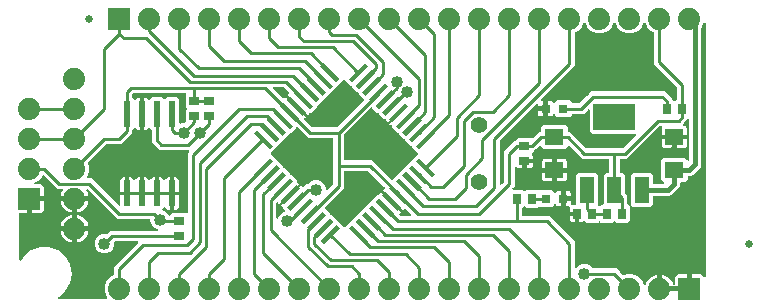
<source format=gbr>
G04 EAGLE Gerber RS-274X export*
G75*
%MOMM*%
%FSLAX34Y34*%
%LPD*%
%INTop Copper*%
%IPPOS*%
%AMOC8*
5,1,8,0,0,1.08239X$1,22.5*%
G01*
%ADD10R,0.400000X1.900000*%
%ADD11C,1.422400*%
%ADD12R,1.879600X1.879600*%
%ADD13C,1.879600*%
%ADD14R,0.900000X0.700000*%
%ADD15R,1.600000X1.400000*%
%ADD16R,0.700000X0.900000*%
%ADD17R,0.800000X0.800000*%
%ADD18R,0.609600X2.209800*%
%ADD19R,1.219200X2.235200*%
%ADD20R,3.600000X2.200000*%
%ADD21C,0.635000*%
%ADD22C,1.016000*%
%ADD23C,0.939800*%
%ADD24C,0.254000*%
%ADD25C,0.406400*%

G36*
X570542Y10677D02*
X570542Y10677D01*
X570600Y10675D01*
X570682Y10697D01*
X570765Y10709D01*
X570819Y10733D01*
X570875Y10747D01*
X570948Y10790D01*
X571025Y10825D01*
X571069Y10863D01*
X571120Y10893D01*
X571177Y10954D01*
X571242Y11009D01*
X571274Y11057D01*
X571314Y11100D01*
X571353Y11175D01*
X571399Y11245D01*
X571417Y11301D01*
X571444Y11353D01*
X571455Y11421D01*
X571485Y11516D01*
X571488Y11616D01*
X571499Y11684D01*
X571499Y12701D01*
X572516Y12701D01*
X572574Y12709D01*
X572632Y12708D01*
X572714Y12729D01*
X572797Y12741D01*
X572851Y12765D01*
X572907Y12779D01*
X572980Y12822D01*
X573057Y12857D01*
X573102Y12895D01*
X573152Y12925D01*
X573210Y12986D01*
X573274Y13041D01*
X573306Y13089D01*
X573346Y13132D01*
X573385Y13207D01*
X573431Y13277D01*
X573449Y13333D01*
X573476Y13385D01*
X573487Y13453D01*
X573517Y13548D01*
X573520Y13648D01*
X573531Y13716D01*
X573531Y24639D01*
X581232Y24639D01*
X581879Y24466D01*
X582458Y24131D01*
X582931Y23658D01*
X583321Y22983D01*
X583333Y22968D01*
X583341Y22950D01*
X583420Y22856D01*
X583496Y22759D01*
X583512Y22748D01*
X583525Y22733D01*
X583627Y22665D01*
X583726Y22593D01*
X583745Y22586D01*
X583761Y22575D01*
X583878Y22538D01*
X583994Y22497D01*
X584014Y22495D01*
X584032Y22489D01*
X584155Y22486D01*
X584278Y22478D01*
X584297Y22483D01*
X584316Y22482D01*
X584435Y22513D01*
X584555Y22540D01*
X584573Y22549D01*
X584591Y22554D01*
X584697Y22617D01*
X584805Y22675D01*
X584819Y22689D01*
X584836Y22699D01*
X584920Y22789D01*
X585007Y22875D01*
X585017Y22892D01*
X585030Y22907D01*
X585086Y23016D01*
X585146Y23123D01*
X585151Y23142D01*
X585160Y23160D01*
X585172Y23232D01*
X585211Y23400D01*
X585209Y23451D01*
X585215Y23491D01*
X585215Y236783D01*
X585203Y236868D01*
X585201Y236954D01*
X585183Y237008D01*
X585175Y237064D01*
X585140Y237143D01*
X585114Y237224D01*
X585082Y237272D01*
X585059Y237324D01*
X585004Y237389D01*
X584956Y237461D01*
X584912Y237497D01*
X584875Y237541D01*
X584804Y237588D01*
X584738Y237644D01*
X584686Y237667D01*
X584639Y237698D01*
X584557Y237724D01*
X584478Y237759D01*
X584422Y237767D01*
X584368Y237784D01*
X584282Y237786D01*
X584197Y237798D01*
X584141Y237790D01*
X584084Y237791D01*
X584001Y237770D01*
X583915Y237757D01*
X583864Y237734D01*
X583809Y237719D01*
X583735Y237676D01*
X583656Y237640D01*
X583613Y237603D01*
X583564Y237574D01*
X583505Y237512D01*
X583440Y237456D01*
X583414Y237414D01*
X583370Y237367D01*
X583304Y237238D01*
X583262Y237171D01*
X582052Y234250D01*
X581958Y234156D01*
X581906Y234086D01*
X581846Y234022D01*
X581820Y233973D01*
X581787Y233929D01*
X581756Y233847D01*
X581716Y233769D01*
X581708Y233721D01*
X581686Y233663D01*
X581674Y233515D01*
X581661Y233438D01*
X581661Y117099D01*
X580887Y115232D01*
X574348Y108693D01*
X572481Y107919D01*
X570864Y107919D01*
X570806Y107911D01*
X570748Y107913D01*
X570666Y107891D01*
X570582Y107879D01*
X570529Y107856D01*
X570473Y107841D01*
X570400Y107798D01*
X570323Y107763D01*
X570278Y107725D01*
X570228Y107696D01*
X570170Y107634D01*
X570106Y107580D01*
X570074Y107531D01*
X570034Y107488D01*
X569995Y107413D01*
X569948Y107343D01*
X569931Y107287D01*
X569904Y107235D01*
X569893Y107167D01*
X569863Y107072D01*
X569860Y106972D01*
X569849Y106904D01*
X569849Y104737D01*
X568063Y102951D01*
X564896Y102951D01*
X564838Y102943D01*
X564780Y102945D01*
X564698Y102923D01*
X564614Y102911D01*
X564561Y102888D01*
X564505Y102873D01*
X564432Y102830D01*
X564355Y102795D01*
X564310Y102757D01*
X564260Y102728D01*
X564202Y102666D01*
X564138Y102612D01*
X564106Y102563D01*
X564066Y102520D01*
X564027Y102445D01*
X563980Y102375D01*
X563963Y102319D01*
X563936Y102267D01*
X563925Y102199D01*
X563895Y102104D01*
X563892Y102004D01*
X563881Y101936D01*
X563881Y100589D01*
X563107Y98722D01*
X556090Y91705D01*
X554223Y90931D01*
X541274Y90931D01*
X541216Y90923D01*
X541158Y90925D01*
X541076Y90903D01*
X540992Y90891D01*
X540939Y90868D01*
X540883Y90853D01*
X540810Y90810D01*
X540733Y90775D01*
X540688Y90737D01*
X540638Y90708D01*
X540580Y90646D01*
X540516Y90592D01*
X540484Y90543D01*
X540444Y90500D01*
X540405Y90425D01*
X540358Y90355D01*
X540341Y90299D01*
X540314Y90247D01*
X540303Y90179D01*
X540273Y90084D01*
X540270Y89984D01*
X540259Y89916D01*
X540259Y83573D01*
X538473Y81787D01*
X523755Y81787D01*
X522782Y82761D01*
X522758Y82778D01*
X522739Y82801D01*
X522645Y82863D01*
X522555Y82931D01*
X522527Y82942D01*
X522503Y82958D01*
X522395Y82992D01*
X522289Y83033D01*
X522260Y83035D01*
X522232Y83044D01*
X522118Y83047D01*
X522006Y83056D01*
X521977Y83051D01*
X521948Y83051D01*
X521844Y83024D01*
X521893Y83108D01*
X521900Y83136D01*
X521914Y83162D01*
X521927Y83239D01*
X521963Y83383D01*
X521961Y83446D01*
X521969Y83493D01*
X521969Y108451D01*
X523755Y110237D01*
X538473Y110237D01*
X540259Y108451D01*
X540259Y102108D01*
X540267Y102050D01*
X540265Y101992D01*
X540287Y101910D01*
X540299Y101826D01*
X540322Y101773D01*
X540337Y101717D01*
X540380Y101644D01*
X540415Y101567D01*
X540453Y101522D01*
X540482Y101472D01*
X540544Y101414D01*
X540598Y101350D01*
X540647Y101318D01*
X540690Y101278D01*
X540765Y101239D01*
X540835Y101192D01*
X540891Y101175D01*
X540943Y101148D01*
X541011Y101137D01*
X541106Y101107D01*
X541206Y101104D01*
X541274Y101093D01*
X548945Y101093D01*
X548974Y101097D01*
X549003Y101094D01*
X549114Y101117D01*
X549226Y101133D01*
X549253Y101145D01*
X549282Y101150D01*
X549382Y101203D01*
X549486Y101249D01*
X549508Y101268D01*
X549534Y101281D01*
X549616Y101359D01*
X549703Y101432D01*
X549719Y101457D01*
X549740Y101477D01*
X549797Y101575D01*
X549860Y101669D01*
X549869Y101697D01*
X549884Y101722D01*
X549912Y101832D01*
X549946Y101940D01*
X549947Y101970D01*
X549954Y101998D01*
X549950Y102111D01*
X549953Y102224D01*
X549946Y102253D01*
X549945Y102282D01*
X549910Y102390D01*
X549881Y102499D01*
X549866Y102525D01*
X549857Y102553D01*
X549812Y102616D01*
X549736Y102744D01*
X549691Y102787D01*
X549663Y102826D01*
X547751Y104737D01*
X547751Y121263D01*
X549537Y123049D01*
X568063Y123049D01*
X569766Y121345D01*
X569790Y121328D01*
X569809Y121305D01*
X569903Y121243D01*
X569993Y121175D01*
X570021Y121164D01*
X570045Y121148D01*
X570153Y121114D01*
X570259Y121073D01*
X570288Y121071D01*
X570316Y121062D01*
X570430Y121059D01*
X570542Y121050D01*
X570571Y121055D01*
X570600Y121055D01*
X570710Y121083D01*
X570821Y121106D01*
X570847Y121119D01*
X570875Y121127D01*
X570973Y121184D01*
X571073Y121237D01*
X571095Y121257D01*
X571120Y121272D01*
X571197Y121354D01*
X571279Y121432D01*
X571294Y121458D01*
X571314Y121479D01*
X571366Y121580D01*
X571423Y121678D01*
X571430Y121706D01*
X571444Y121732D01*
X571457Y121810D01*
X571493Y121953D01*
X571491Y122016D01*
X571499Y122063D01*
X571499Y155271D01*
X571495Y155300D01*
X571498Y155329D01*
X571475Y155440D01*
X571459Y155552D01*
X571447Y155579D01*
X571442Y155608D01*
X571389Y155708D01*
X571343Y155812D01*
X571324Y155834D01*
X571311Y155860D01*
X571233Y155942D01*
X571160Y156029D01*
X571135Y156045D01*
X571115Y156066D01*
X571017Y156123D01*
X570923Y156186D01*
X570895Y156195D01*
X570870Y156210D01*
X570760Y156238D01*
X570652Y156272D01*
X570622Y156273D01*
X570594Y156280D01*
X570481Y156276D01*
X570368Y156279D01*
X570339Y156272D01*
X570310Y156271D01*
X570202Y156236D01*
X570093Y156207D01*
X570067Y156192D01*
X570039Y156183D01*
X569976Y156138D01*
X569848Y156062D01*
X569805Y156017D01*
X569766Y155989D01*
X566792Y153014D01*
X566051Y152274D01*
X566034Y152250D01*
X566011Y152231D01*
X565949Y152137D01*
X565881Y152047D01*
X565870Y152019D01*
X565854Y151995D01*
X565820Y151887D01*
X565779Y151781D01*
X565777Y151752D01*
X565768Y151724D01*
X565765Y151610D01*
X565756Y151498D01*
X565762Y151469D01*
X565761Y151440D01*
X565789Y151330D01*
X565812Y151219D01*
X565825Y151193D01*
X565833Y151165D01*
X565890Y151067D01*
X565943Y150967D01*
X565963Y150945D01*
X565978Y150920D01*
X566060Y150843D01*
X566138Y150761D01*
X566164Y150746D01*
X566185Y150726D01*
X566286Y150674D01*
X566384Y150617D01*
X566412Y150610D01*
X566438Y150596D01*
X566516Y150583D01*
X566659Y150547D01*
X566722Y150549D01*
X566769Y150541D01*
X567134Y150541D01*
X567781Y150368D01*
X568360Y150033D01*
X568833Y149560D01*
X569168Y148981D01*
X569341Y148334D01*
X569341Y143031D01*
X559816Y143031D01*
X559758Y143023D01*
X559700Y143024D01*
X559618Y143003D01*
X559535Y142991D01*
X559481Y142967D01*
X559425Y142953D01*
X559352Y142910D01*
X559275Y142875D01*
X559231Y142837D01*
X559180Y142807D01*
X559123Y142746D01*
X559058Y142691D01*
X559026Y142643D01*
X558986Y142600D01*
X558947Y142525D01*
X558901Y142455D01*
X558883Y142399D01*
X558856Y142347D01*
X558845Y142279D01*
X558815Y142184D01*
X558812Y142084D01*
X558801Y142016D01*
X558801Y140999D01*
X558799Y140999D01*
X558799Y142016D01*
X558791Y142074D01*
X558792Y142132D01*
X558771Y142214D01*
X558759Y142297D01*
X558735Y142351D01*
X558721Y142407D01*
X558678Y142480D01*
X558643Y142557D01*
X558605Y142601D01*
X558575Y142652D01*
X558514Y142709D01*
X558459Y142774D01*
X558411Y142806D01*
X558368Y142846D01*
X558293Y142885D01*
X558223Y142931D01*
X558167Y142949D01*
X558115Y142976D01*
X558047Y142987D01*
X557952Y143017D01*
X557852Y143020D01*
X557784Y143031D01*
X548259Y143031D01*
X548259Y148334D01*
X548432Y148981D01*
X548500Y149098D01*
X548515Y149134D01*
X548537Y149167D01*
X548568Y149266D01*
X548607Y149362D01*
X548611Y149401D01*
X548622Y149438D01*
X548625Y149542D01*
X548636Y149645D01*
X548629Y149683D01*
X548630Y149722D01*
X548604Y149823D01*
X548585Y149925D01*
X548568Y149960D01*
X548558Y149997D01*
X548505Y150086D01*
X548459Y150179D01*
X548433Y150208D01*
X548413Y150242D01*
X548337Y150313D01*
X548267Y150389D01*
X548234Y150410D01*
X548205Y150436D01*
X548113Y150484D01*
X548025Y150538D01*
X547987Y150548D01*
X547952Y150566D01*
X547876Y150579D01*
X547751Y150613D01*
X547676Y150612D01*
X547621Y150621D01*
X547039Y150621D01*
X546953Y150609D01*
X546865Y150606D01*
X546813Y150589D01*
X546758Y150581D01*
X546678Y150546D01*
X546595Y150519D01*
X546556Y150491D01*
X546498Y150465D01*
X546385Y150369D01*
X546322Y150324D01*
X521506Y125508D01*
X518679Y122681D01*
X513334Y122681D01*
X513276Y122673D01*
X513218Y122675D01*
X513136Y122653D01*
X513052Y122641D01*
X512999Y122618D01*
X512943Y122603D01*
X512870Y122560D01*
X512793Y122525D01*
X512748Y122487D01*
X512698Y122458D01*
X512640Y122396D01*
X512576Y122342D01*
X512544Y122293D01*
X512504Y122250D01*
X512465Y122175D01*
X512418Y122105D01*
X512401Y122049D01*
X512374Y121997D01*
X512363Y121929D01*
X512333Y121834D01*
X512330Y121734D01*
X512319Y121666D01*
X512319Y111252D01*
X512327Y111194D01*
X512325Y111136D01*
X512347Y111054D01*
X512359Y110970D01*
X512382Y110917D01*
X512397Y110861D01*
X512440Y110788D01*
X512475Y110711D01*
X512513Y110666D01*
X512542Y110616D01*
X512604Y110558D01*
X512658Y110494D01*
X512707Y110462D01*
X512750Y110422D01*
X512825Y110383D01*
X512895Y110336D01*
X512951Y110319D01*
X513003Y110292D01*
X513071Y110281D01*
X513166Y110251D01*
X513266Y110248D01*
X513334Y110237D01*
X515359Y110237D01*
X517145Y108451D01*
X517145Y93395D01*
X517153Y93339D01*
X517151Y93290D01*
X517158Y93264D01*
X517160Y93221D01*
X517177Y93169D01*
X517185Y93114D01*
X517216Y93045D01*
X517223Y93015D01*
X517230Y93004D01*
X517247Y92951D01*
X517275Y92912D01*
X517301Y92855D01*
X517361Y92783D01*
X517368Y92771D01*
X517384Y92757D01*
X517397Y92741D01*
X517442Y92678D01*
X518819Y91301D01*
X518819Y84613D01*
X518831Y84527D01*
X518834Y84439D01*
X518851Y84387D01*
X518859Y84332D01*
X518894Y84252D01*
X518921Y84169D01*
X518949Y84130D01*
X518975Y84072D01*
X519071Y83959D01*
X519116Y83895D01*
X520236Y82775D01*
X520260Y82758D01*
X520279Y82735D01*
X520373Y82672D01*
X520463Y82605D01*
X520491Y82594D01*
X520515Y82578D01*
X520623Y82544D01*
X520729Y82503D01*
X520758Y82501D01*
X520786Y82492D01*
X520900Y82489D01*
X521012Y82480D01*
X521041Y82485D01*
X521070Y82485D01*
X521174Y82512D01*
X521125Y82428D01*
X521118Y82400D01*
X521104Y82374D01*
X521091Y82296D01*
X521055Y82153D01*
X521057Y82090D01*
X521049Y82043D01*
X521049Y70437D01*
X519263Y68651D01*
X509737Y68651D01*
X508718Y69671D01*
X508671Y69706D01*
X508631Y69748D01*
X508558Y69791D01*
X508491Y69841D01*
X508436Y69862D01*
X508386Y69892D01*
X508304Y69913D01*
X508225Y69943D01*
X508167Y69948D01*
X508110Y69962D01*
X508026Y69959D01*
X507942Y69966D01*
X507884Y69955D01*
X507826Y69953D01*
X507746Y69927D01*
X507663Y69910D01*
X507611Y69883D01*
X507555Y69865D01*
X507499Y69825D01*
X507411Y69779D01*
X507338Y69711D01*
X507282Y69671D01*
X506263Y68651D01*
X496737Y68651D01*
X496018Y69371D01*
X495971Y69406D01*
X495931Y69448D01*
X495858Y69491D01*
X495791Y69541D01*
X495736Y69562D01*
X495686Y69592D01*
X495604Y69613D01*
X495525Y69643D01*
X495467Y69648D01*
X495410Y69662D01*
X495326Y69659D01*
X495242Y69666D01*
X495184Y69655D01*
X495126Y69653D01*
X495046Y69627D01*
X494963Y69610D01*
X494911Y69583D01*
X494855Y69565D01*
X494799Y69525D01*
X494711Y69479D01*
X494638Y69411D01*
X494582Y69371D01*
X493863Y68651D01*
X484337Y68651D01*
X482959Y70030D01*
X482912Y70065D01*
X482872Y70107D01*
X482799Y70150D01*
X482731Y70201D01*
X482677Y70221D01*
X482626Y70251D01*
X482545Y70272D01*
X482466Y70302D01*
X482408Y70307D01*
X482351Y70321D01*
X482266Y70318D01*
X482182Y70325D01*
X482125Y70314D01*
X482067Y70312D01*
X481986Y70286D01*
X481904Y70270D01*
X481852Y70243D01*
X481796Y70225D01*
X481740Y70184D01*
X481651Y70139D01*
X481579Y70070D01*
X481523Y70030D01*
X481160Y69667D01*
X480581Y69332D01*
X479934Y69159D01*
X477849Y69159D01*
X477849Y75466D01*
X477841Y75524D01*
X477843Y75582D01*
X477821Y75664D01*
X477809Y75747D01*
X477786Y75801D01*
X477771Y75857D01*
X477728Y75930D01*
X477693Y76007D01*
X477655Y76051D01*
X477626Y76102D01*
X477564Y76159D01*
X477510Y76224D01*
X477461Y76256D01*
X477418Y76296D01*
X477343Y76335D01*
X477273Y76381D01*
X477217Y76399D01*
X477165Y76426D01*
X477097Y76437D01*
X477002Y76467D01*
X476902Y76470D01*
X476834Y76481D01*
X476381Y76481D01*
X476381Y76934D01*
X476373Y76992D01*
X476374Y77050D01*
X476353Y77132D01*
X476341Y77216D01*
X476317Y77269D01*
X476303Y77325D01*
X476259Y77398D01*
X476225Y77475D01*
X476187Y77520D01*
X476157Y77570D01*
X476096Y77628D01*
X476041Y77692D01*
X475993Y77724D01*
X475950Y77764D01*
X475875Y77803D01*
X475805Y77850D01*
X475749Y77867D01*
X475697Y77894D01*
X475629Y77905D01*
X475534Y77935D01*
X475434Y77938D01*
X475366Y77949D01*
X470059Y77949D01*
X470059Y81034D01*
X470072Y81081D01*
X470078Y81130D01*
X470092Y81176D01*
X470095Y81270D01*
X470106Y81363D01*
X470098Y81412D01*
X470100Y81460D01*
X470076Y81551D01*
X470061Y81644D01*
X470040Y81688D01*
X470028Y81735D01*
X469980Y81816D01*
X469940Y81901D01*
X469908Y81938D01*
X469883Y81980D01*
X469814Y82044D01*
X469752Y82115D01*
X469711Y82141D01*
X469675Y82174D01*
X469592Y82217D01*
X469512Y82268D01*
X469466Y82282D01*
X469422Y82304D01*
X469349Y82316D01*
X469240Y82348D01*
X469153Y82349D01*
X469091Y82359D01*
X466699Y82359D01*
X466699Y86901D01*
X471241Y86901D01*
X471241Y84566D01*
X471228Y84519D01*
X471223Y84474D01*
X471211Y84437D01*
X471211Y84435D01*
X471208Y84424D01*
X471205Y84330D01*
X471194Y84237D01*
X471202Y84188D01*
X471200Y84140D01*
X471224Y84049D01*
X471239Y83956D01*
X471260Y83912D01*
X471272Y83865D01*
X471320Y83784D01*
X471360Y83699D01*
X471392Y83662D01*
X471417Y83620D01*
X471486Y83556D01*
X471548Y83485D01*
X471589Y83459D01*
X471625Y83426D01*
X471708Y83383D01*
X471788Y83332D01*
X471834Y83318D01*
X471878Y83296D01*
X471951Y83284D01*
X472060Y83252D01*
X472147Y83251D01*
X472209Y83241D01*
X474726Y83241D01*
X474784Y83249D01*
X474842Y83247D01*
X474924Y83269D01*
X475008Y83281D01*
X475061Y83304D01*
X475117Y83319D01*
X475190Y83362D01*
X475267Y83397D01*
X475312Y83435D01*
X475362Y83464D01*
X475420Y83526D01*
X475484Y83580D01*
X475516Y83629D01*
X475556Y83672D01*
X475595Y83747D01*
X475642Y83817D01*
X475659Y83873D01*
X475686Y83925D01*
X475697Y83993D01*
X475727Y84088D01*
X475730Y84188D01*
X475741Y84256D01*
X475741Y108451D01*
X477527Y110237D01*
X492245Y110237D01*
X494031Y108451D01*
X494031Y84001D01*
X494043Y83915D01*
X494046Y83827D01*
X494063Y83775D01*
X494071Y83720D01*
X494106Y83640D01*
X494133Y83557D01*
X494161Y83518D01*
X494187Y83460D01*
X494283Y83347D01*
X494328Y83283D01*
X494582Y83029D01*
X494629Y82994D01*
X494669Y82952D01*
X494742Y82909D01*
X494809Y82859D01*
X494864Y82838D01*
X494914Y82808D01*
X494996Y82787D01*
X495075Y82757D01*
X495133Y82752D01*
X495190Y82738D01*
X495274Y82741D01*
X495358Y82734D01*
X495416Y82745D01*
X495474Y82747D01*
X495554Y82773D01*
X495637Y82790D01*
X495689Y82817D01*
X495745Y82835D01*
X495801Y82875D01*
X495889Y82921D01*
X495962Y82989D01*
X496018Y83029D01*
X496737Y83749D01*
X497840Y83749D01*
X497898Y83757D01*
X497956Y83755D01*
X498038Y83777D01*
X498122Y83789D01*
X498175Y83812D01*
X498231Y83827D01*
X498304Y83870D01*
X498381Y83905D01*
X498426Y83943D01*
X498476Y83972D01*
X498534Y84034D01*
X498598Y84088D01*
X498630Y84137D01*
X498670Y84180D01*
X498709Y84255D01*
X498756Y84325D01*
X498773Y84381D01*
X498800Y84433D01*
X498811Y84501D01*
X498841Y84596D01*
X498844Y84696D01*
X498855Y84764D01*
X498855Y108451D01*
X500641Y110237D01*
X502666Y110237D01*
X502724Y110245D01*
X502782Y110243D01*
X502864Y110265D01*
X502948Y110277D01*
X503001Y110300D01*
X503057Y110315D01*
X503130Y110358D01*
X503207Y110393D01*
X503252Y110431D01*
X503302Y110460D01*
X503360Y110522D01*
X503424Y110576D01*
X503456Y110625D01*
X503496Y110668D01*
X503535Y110743D01*
X503582Y110813D01*
X503599Y110869D01*
X503626Y110921D01*
X503637Y110989D01*
X503667Y111084D01*
X503670Y111184D01*
X503681Y111252D01*
X503681Y121666D01*
X503673Y121724D01*
X503675Y121782D01*
X503653Y121864D01*
X503641Y121948D01*
X503618Y122001D01*
X503603Y122057D01*
X503560Y122130D01*
X503525Y122207D01*
X503487Y122252D01*
X503458Y122302D01*
X503396Y122360D01*
X503342Y122424D01*
X503293Y122456D01*
X503250Y122496D01*
X503175Y122535D01*
X503105Y122582D01*
X503049Y122599D01*
X502997Y122626D01*
X502929Y122637D01*
X502834Y122667D01*
X502734Y122670D01*
X502666Y122681D01*
X480811Y122681D01*
X477984Y125508D01*
X469982Y133511D01*
X469958Y133528D01*
X469939Y133551D01*
X469845Y133613D01*
X469755Y133681D01*
X469727Y133692D01*
X469703Y133708D01*
X469595Y133742D01*
X469489Y133783D01*
X469460Y133785D01*
X469432Y133794D01*
X469318Y133797D01*
X469206Y133806D01*
X469177Y133800D01*
X469148Y133801D01*
X469038Y133773D01*
X468927Y133750D01*
X468901Y133737D01*
X468873Y133729D01*
X468775Y133672D01*
X468675Y133619D01*
X468653Y133599D01*
X468628Y133584D01*
X468551Y133502D01*
X468469Y133424D01*
X468454Y133398D01*
X468434Y133377D01*
X468382Y133276D01*
X468325Y133178D01*
X468318Y133150D01*
X468304Y133124D01*
X468291Y133046D01*
X468255Y132903D01*
X468257Y132840D01*
X468249Y132793D01*
X468249Y132737D01*
X466463Y130951D01*
X447937Y130951D01*
X446151Y132737D01*
X446151Y132793D01*
X446147Y132822D01*
X446150Y132851D01*
X446127Y132962D01*
X446111Y133074D01*
X446099Y133101D01*
X446094Y133130D01*
X446042Y133230D01*
X445995Y133334D01*
X445976Y133356D01*
X445963Y133382D01*
X445885Y133464D01*
X445812Y133551D01*
X445787Y133567D01*
X445767Y133588D01*
X445669Y133645D01*
X445575Y133708D01*
X445547Y133717D01*
X445522Y133732D01*
X445412Y133760D01*
X445304Y133794D01*
X445274Y133795D01*
X445246Y133802D01*
X445133Y133798D01*
X445020Y133801D01*
X444991Y133794D01*
X444962Y133793D01*
X444854Y133758D01*
X444745Y133729D01*
X444719Y133714D01*
X444691Y133705D01*
X444628Y133660D01*
X444500Y133584D01*
X444457Y133539D01*
X444418Y133511D01*
X440075Y129167D01*
X440039Y129166D01*
X439987Y129149D01*
X439932Y129141D01*
X439852Y129106D01*
X439769Y129079D01*
X439730Y129051D01*
X439672Y129025D01*
X439559Y128929D01*
X439495Y128884D01*
X437970Y127359D01*
X437935Y127312D01*
X437893Y127272D01*
X437850Y127199D01*
X437799Y127131D01*
X437779Y127077D01*
X437749Y127026D01*
X437728Y126945D01*
X437698Y126866D01*
X437693Y126807D01*
X437679Y126751D01*
X437682Y126667D01*
X437675Y126583D01*
X437686Y126525D01*
X437688Y126467D01*
X437714Y126387D01*
X437730Y126304D01*
X437757Y126252D01*
X437775Y126196D01*
X437815Y126140D01*
X437861Y126051D01*
X437930Y125979D01*
X437970Y125923D01*
X438333Y125560D01*
X438668Y124981D01*
X438841Y124334D01*
X438841Y122249D01*
X432534Y122249D01*
X432476Y122241D01*
X432418Y122243D01*
X432336Y122221D01*
X432253Y122209D01*
X432199Y122186D01*
X432143Y122171D01*
X432070Y122128D01*
X431993Y122093D01*
X431949Y122055D01*
X431898Y122026D01*
X431841Y121964D01*
X431776Y121910D01*
X431744Y121861D01*
X431704Y121818D01*
X431665Y121743D01*
X431619Y121673D01*
X431601Y121617D01*
X431574Y121565D01*
X431563Y121497D01*
X431533Y121402D01*
X431530Y121302D01*
X431519Y121234D01*
X431519Y120781D01*
X431066Y120781D01*
X431008Y120773D01*
X430950Y120774D01*
X430868Y120753D01*
X430784Y120741D01*
X430731Y120717D01*
X430675Y120703D01*
X430602Y120659D01*
X430525Y120625D01*
X430480Y120587D01*
X430430Y120557D01*
X430372Y120496D01*
X430308Y120441D01*
X430276Y120393D01*
X430236Y120350D01*
X430197Y120275D01*
X430150Y120205D01*
X430133Y120149D01*
X430106Y120097D01*
X430095Y120029D01*
X430065Y119934D01*
X430062Y119834D01*
X430051Y119766D01*
X430051Y114459D01*
X426966Y114459D01*
X426319Y114632D01*
X425740Y114967D01*
X425192Y115515D01*
X425139Y115583D01*
X425122Y115595D01*
X425109Y115610D01*
X425008Y115678D01*
X424908Y115750D01*
X424889Y115757D01*
X424873Y115768D01*
X424756Y115805D01*
X424641Y115846D01*
X424621Y115847D01*
X424602Y115853D01*
X424480Y115857D01*
X424357Y115865D01*
X424338Y115860D01*
X424318Y115861D01*
X424199Y115830D01*
X424079Y115804D01*
X424062Y115794D01*
X424043Y115789D01*
X423938Y115727D01*
X423830Y115668D01*
X423815Y115654D01*
X423798Y115644D01*
X423714Y115554D01*
X423627Y115468D01*
X423617Y115451D01*
X423604Y115436D01*
X423548Y115327D01*
X423488Y115221D01*
X423483Y115201D01*
X423474Y115183D01*
X423462Y115110D01*
X423423Y114944D01*
X423425Y114892D01*
X423419Y114852D01*
X423419Y99811D01*
X421789Y98182D01*
X421773Y98160D01*
X421753Y98143D01*
X421752Y98142D01*
X421749Y98139D01*
X421687Y98045D01*
X421619Y97955D01*
X421608Y97927D01*
X421592Y97903D01*
X421558Y97795D01*
X421517Y97689D01*
X421515Y97660D01*
X421506Y97632D01*
X421503Y97518D01*
X421494Y97406D01*
X421500Y97377D01*
X421499Y97348D01*
X421527Y97238D01*
X421550Y97127D01*
X421563Y97101D01*
X421571Y97073D01*
X421628Y96975D01*
X421681Y96875D01*
X421701Y96853D01*
X421716Y96828D01*
X421798Y96751D01*
X421876Y96669D01*
X421902Y96654D01*
X421923Y96634D01*
X422024Y96582D01*
X422122Y96525D01*
X422150Y96518D01*
X422176Y96504D01*
X422254Y96491D01*
X422397Y96455D01*
X422460Y96457D01*
X422507Y96449D01*
X430063Y96449D01*
X431082Y95429D01*
X431129Y95394D01*
X431169Y95352D01*
X431242Y95309D01*
X431309Y95259D01*
X431364Y95238D01*
X431414Y95208D01*
X431496Y95187D01*
X431575Y95157D01*
X431633Y95152D01*
X431690Y95138D01*
X431774Y95141D01*
X431858Y95134D01*
X431916Y95145D01*
X431974Y95147D01*
X432054Y95173D01*
X432137Y95190D01*
X432189Y95217D01*
X432245Y95235D01*
X432301Y95275D01*
X432389Y95321D01*
X432462Y95389D01*
X432518Y95429D01*
X433537Y96449D01*
X443063Y96449D01*
X443282Y96229D01*
X443329Y96194D01*
X443369Y96152D01*
X443442Y96109D01*
X443509Y96059D01*
X443564Y96038D01*
X443614Y96008D01*
X443696Y95987D01*
X443775Y95957D01*
X443833Y95952D01*
X443890Y95938D01*
X443974Y95941D01*
X444058Y95934D01*
X444116Y95945D01*
X444174Y95947D01*
X444179Y95949D01*
X454963Y95949D01*
X456920Y93991D01*
X456959Y93962D01*
X456992Y93926D01*
X457072Y93877D01*
X457148Y93820D01*
X457193Y93803D01*
X457235Y93777D01*
X457325Y93752D01*
X457413Y93719D01*
X457462Y93715D01*
X457509Y93702D01*
X457603Y93703D01*
X457697Y93695D01*
X457744Y93705D01*
X457793Y93706D01*
X457883Y93733D01*
X457975Y93751D01*
X458019Y93774D01*
X458065Y93788D01*
X458144Y93839D01*
X458228Y93882D01*
X458263Y93916D01*
X458304Y93942D01*
X458351Y94000D01*
X458434Y94078D01*
X458478Y94153D01*
X458518Y94201D01*
X458667Y94460D01*
X459140Y94933D01*
X459719Y95268D01*
X460366Y95441D01*
X462701Y95441D01*
X462701Y89884D01*
X462709Y89826D01*
X462707Y89768D01*
X462729Y89686D01*
X462741Y89603D01*
X462764Y89549D01*
X462779Y89493D01*
X462822Y89420D01*
X462857Y89343D01*
X462895Y89299D01*
X462924Y89248D01*
X462986Y89191D01*
X463040Y89126D01*
X463089Y89094D01*
X463132Y89054D01*
X463207Y89015D01*
X463277Y88969D01*
X463333Y88951D01*
X463385Y88924D01*
X463453Y88913D01*
X463495Y88900D01*
X463434Y88891D01*
X463381Y88867D01*
X463325Y88853D01*
X463252Y88809D01*
X463175Y88775D01*
X463130Y88737D01*
X463080Y88707D01*
X463022Y88646D01*
X462958Y88591D01*
X462926Y88543D01*
X462886Y88500D01*
X462847Y88425D01*
X462800Y88355D01*
X462783Y88299D01*
X462756Y88247D01*
X462745Y88179D01*
X462715Y88084D01*
X462712Y87984D01*
X462701Y87916D01*
X462701Y82359D01*
X460366Y82359D01*
X459719Y82532D01*
X459140Y82867D01*
X458667Y83340D01*
X458518Y83599D01*
X458488Y83637D01*
X458465Y83680D01*
X458400Y83749D01*
X458342Y83823D01*
X458303Y83851D01*
X458269Y83886D01*
X458188Y83934D01*
X458112Y83989D01*
X458066Y84006D01*
X458024Y84030D01*
X457933Y84053D01*
X457844Y84085D01*
X457796Y84088D01*
X457748Y84100D01*
X457655Y84097D01*
X457561Y84103D01*
X457513Y84093D01*
X457464Y84091D01*
X457375Y84062D01*
X457283Y84042D01*
X457240Y84019D01*
X457194Y84004D01*
X457133Y83961D01*
X457033Y83906D01*
X456972Y83845D01*
X456920Y83809D01*
X454963Y81851D01*
X444152Y81851D01*
X444110Y81862D01*
X444026Y81859D01*
X443942Y81866D01*
X443884Y81855D01*
X443826Y81853D01*
X443746Y81827D01*
X443663Y81810D01*
X443611Y81783D01*
X443555Y81765D01*
X443499Y81725D01*
X443411Y81679D01*
X443338Y81611D01*
X443282Y81571D01*
X443063Y81351D01*
X433537Y81351D01*
X432518Y82371D01*
X432471Y82406D01*
X432431Y82448D01*
X432358Y82491D01*
X432291Y82541D01*
X432236Y82562D01*
X432186Y82592D01*
X432104Y82613D01*
X432025Y82643D01*
X431967Y82648D01*
X431910Y82662D01*
X431826Y82659D01*
X431742Y82666D01*
X431684Y82655D01*
X431626Y82653D01*
X431546Y82627D01*
X431463Y82610D01*
X431411Y82583D01*
X431355Y82565D01*
X431299Y82525D01*
X431211Y82479D01*
X431138Y82411D01*
X431082Y82371D01*
X429916Y81205D01*
X429864Y81135D01*
X429804Y81071D01*
X429778Y81022D01*
X429745Y80977D01*
X429714Y80896D01*
X429674Y80818D01*
X429666Y80770D01*
X429644Y80712D01*
X429632Y80564D01*
X429619Y80487D01*
X429619Y75184D01*
X429627Y75126D01*
X429625Y75068D01*
X429647Y74986D01*
X429659Y74902D01*
X429682Y74849D01*
X429697Y74793D01*
X429740Y74720D01*
X429775Y74643D01*
X429813Y74598D01*
X429842Y74548D01*
X429904Y74490D01*
X429958Y74426D01*
X430007Y74394D01*
X430050Y74354D01*
X430125Y74315D01*
X430195Y74268D01*
X430251Y74251D01*
X430303Y74224D01*
X430371Y74213D01*
X430466Y74183D01*
X430566Y74180D01*
X430634Y74169D01*
X448341Y74169D01*
X448427Y74181D01*
X448515Y74184D01*
X448567Y74201D01*
X448622Y74209D01*
X448702Y74244D01*
X448785Y74271D01*
X448824Y74299D01*
X448868Y74319D01*
X452489Y74319D01*
X474219Y52589D01*
X474219Y30966D01*
X474223Y30936D01*
X474220Y30907D01*
X474243Y30796D01*
X474259Y30684D01*
X474271Y30657D01*
X474276Y30628D01*
X474329Y30528D01*
X474375Y30425D01*
X474394Y30402D01*
X474407Y30376D01*
X474485Y30294D01*
X474558Y30208D01*
X474583Y30191D01*
X474603Y30170D01*
X474701Y30113D01*
X474795Y30050D01*
X474823Y30041D01*
X474848Y30026D01*
X474958Y29999D01*
X475066Y29964D01*
X475096Y29963D01*
X475124Y29956D01*
X475237Y29960D01*
X475350Y29957D01*
X475379Y29964D01*
X475408Y29965D01*
X475516Y30000D01*
X475625Y30029D01*
X475651Y30044D01*
X475679Y30053D01*
X475742Y30098D01*
X475870Y30174D01*
X475913Y30220D01*
X475952Y30248D01*
X477995Y32291D01*
X480983Y33529D01*
X484217Y33529D01*
X487205Y32291D01*
X489480Y30016D01*
X489549Y29964D01*
X489613Y29904D01*
X489663Y29878D01*
X489707Y29845D01*
X489789Y29814D01*
X489867Y29774D01*
X489914Y29766D01*
X489973Y29744D01*
X490120Y29732D01*
X490198Y29719D01*
X509789Y29719D01*
X512616Y26892D01*
X515013Y24495D01*
X515014Y24494D01*
X515015Y24493D01*
X515128Y24408D01*
X515240Y24324D01*
X515241Y24323D01*
X515243Y24322D01*
X515375Y24273D01*
X515506Y24223D01*
X515507Y24223D01*
X515509Y24222D01*
X515648Y24211D01*
X515789Y24199D01*
X515790Y24199D01*
X515792Y24199D01*
X515807Y24203D01*
X516068Y24255D01*
X516095Y24269D01*
X516119Y24275D01*
X518224Y25147D01*
X523176Y25147D01*
X527751Y23252D01*
X531252Y19751D01*
X532769Y16089D01*
X532804Y16029D01*
X532830Y15965D01*
X532876Y15907D01*
X532913Y15844D01*
X532963Y15796D01*
X533006Y15742D01*
X533066Y15699D01*
X533120Y15649D01*
X533181Y15617D01*
X533238Y15577D01*
X533307Y15552D01*
X533373Y15518D01*
X533440Y15505D01*
X533506Y15482D01*
X533579Y15478D01*
X533651Y15463D01*
X533720Y15469D01*
X533789Y15465D01*
X533861Y15481D01*
X533935Y15488D01*
X533999Y15513D01*
X534067Y15528D01*
X534131Y15563D01*
X534200Y15590D01*
X534255Y15632D01*
X534316Y15665D01*
X534368Y15717D01*
X534427Y15761D01*
X534468Y15817D01*
X534517Y15866D01*
X534546Y15921D01*
X534597Y15989D01*
X534638Y16097D01*
X534672Y16163D01*
X535036Y17283D01*
X535889Y18957D01*
X536994Y20478D01*
X538322Y21806D01*
X539843Y22911D01*
X541517Y23764D01*
X543304Y24345D01*
X544069Y24466D01*
X544069Y13716D01*
X544077Y13658D01*
X544075Y13600D01*
X544097Y13518D01*
X544109Y13435D01*
X544133Y13381D01*
X544147Y13325D01*
X544190Y13252D01*
X544225Y13175D01*
X544263Y13131D01*
X544293Y13080D01*
X544354Y13023D01*
X544409Y12958D01*
X544457Y12926D01*
X544500Y12886D01*
X544575Y12847D01*
X544645Y12801D01*
X544701Y12783D01*
X544753Y12756D01*
X544821Y12745D01*
X544916Y12715D01*
X545016Y12712D01*
X545084Y12701D01*
X546101Y12701D01*
X546101Y11684D01*
X546109Y11626D01*
X546108Y11568D01*
X546129Y11486D01*
X546141Y11403D01*
X546165Y11349D01*
X546179Y11293D01*
X546222Y11220D01*
X546257Y11143D01*
X546295Y11098D01*
X546325Y11048D01*
X546386Y10990D01*
X546441Y10926D01*
X546489Y10894D01*
X546532Y10854D01*
X546607Y10815D01*
X546677Y10769D01*
X546733Y10751D01*
X546785Y10724D01*
X546853Y10713D01*
X546948Y10683D01*
X547048Y10680D01*
X547116Y10669D01*
X570484Y10669D01*
X570542Y10677D01*
G37*
G36*
X411737Y100772D02*
X411737Y100772D01*
X411850Y100769D01*
X411879Y100776D01*
X411908Y100777D01*
X412016Y100812D01*
X412125Y100841D01*
X412151Y100856D01*
X412179Y100865D01*
X412242Y100910D01*
X412370Y100986D01*
X412413Y101031D01*
X412452Y101059D01*
X414484Y103092D01*
X414536Y103161D01*
X414596Y103225D01*
X414622Y103275D01*
X414655Y103319D01*
X414686Y103400D01*
X414726Y103478D01*
X414734Y103526D01*
X414756Y103584D01*
X414768Y103732D01*
X414781Y103809D01*
X414781Y128789D01*
X423954Y137962D01*
X423966Y137977D01*
X426037Y140049D01*
X437605Y140049D01*
X437661Y140007D01*
X437716Y139986D01*
X437766Y139956D01*
X437848Y139935D01*
X437927Y139905D01*
X437985Y139901D01*
X438042Y139886D01*
X438126Y139889D01*
X438210Y139882D01*
X438268Y139893D01*
X438326Y139895D01*
X438406Y139921D01*
X438489Y139938D01*
X438541Y139965D01*
X438596Y139983D01*
X438653Y140023D01*
X438741Y140069D01*
X438814Y140137D01*
X438870Y140177D01*
X444011Y145319D01*
X445136Y145319D01*
X445194Y145327D01*
X445252Y145325D01*
X445334Y145347D01*
X445418Y145359D01*
X445471Y145382D01*
X445527Y145397D01*
X445600Y145440D01*
X445677Y145475D01*
X445722Y145513D01*
X445772Y145542D01*
X445830Y145604D01*
X445894Y145658D01*
X445926Y145707D01*
X445966Y145750D01*
X446005Y145825D01*
X446052Y145895D01*
X446069Y145951D01*
X446096Y146003D01*
X446107Y146071D01*
X446137Y146166D01*
X446140Y146266D01*
X446151Y146334D01*
X446151Y149263D01*
X447937Y151049D01*
X466463Y151049D01*
X468249Y149263D01*
X468249Y146334D01*
X468257Y146276D01*
X468255Y146218D01*
X468277Y146136D01*
X468289Y146052D01*
X468312Y145999D01*
X468327Y145943D01*
X468370Y145870D01*
X468405Y145793D01*
X468443Y145748D01*
X468472Y145698D01*
X468534Y145640D01*
X468588Y145576D01*
X468637Y145544D01*
X468680Y145504D01*
X468755Y145465D01*
X468825Y145418D01*
X468881Y145401D01*
X468933Y145374D01*
X469001Y145363D01*
X469096Y145333D01*
X469196Y145330D01*
X469264Y145319D01*
X470389Y145319D01*
X484092Y131616D01*
X484161Y131564D01*
X484225Y131504D01*
X484275Y131478D01*
X484319Y131445D01*
X484400Y131414D01*
X484478Y131374D01*
X484526Y131366D01*
X484584Y131344D01*
X484732Y131332D01*
X484809Y131319D01*
X514681Y131319D01*
X514767Y131331D01*
X514855Y131334D01*
X514907Y131351D01*
X514962Y131359D01*
X515042Y131394D01*
X515125Y131421D01*
X515164Y131449D01*
X515222Y131475D01*
X515335Y131571D01*
X515398Y131616D01*
X525991Y142208D01*
X526008Y142232D01*
X526031Y142251D01*
X526093Y142345D01*
X526161Y142435D01*
X526172Y142463D01*
X526188Y142487D01*
X526222Y142595D01*
X526263Y142701D01*
X526265Y142730D01*
X526274Y142758D01*
X526277Y142872D01*
X526286Y142984D01*
X526280Y143013D01*
X526281Y143042D01*
X526253Y143152D01*
X526230Y143263D01*
X526217Y143289D01*
X526209Y143317D01*
X526152Y143415D01*
X526099Y143515D01*
X526079Y143537D01*
X526064Y143562D01*
X525982Y143639D01*
X525904Y143721D01*
X525878Y143736D01*
X525857Y143756D01*
X525756Y143808D01*
X525658Y143865D01*
X525630Y143872D01*
X525604Y143886D01*
X525526Y143899D01*
X525383Y143935D01*
X525320Y143933D01*
X525273Y143941D01*
X488737Y143941D01*
X486951Y145727D01*
X486951Y163433D01*
X486947Y163462D01*
X486950Y163491D01*
X486927Y163602D01*
X486911Y163714D01*
X486899Y163741D01*
X486894Y163770D01*
X486842Y163870D01*
X486795Y163974D01*
X486776Y163996D01*
X486763Y164022D01*
X486685Y164104D01*
X486612Y164191D01*
X486587Y164207D01*
X486567Y164228D01*
X486469Y164285D01*
X486375Y164348D01*
X486347Y164357D01*
X486322Y164372D01*
X486212Y164400D01*
X486104Y164434D01*
X486074Y164435D01*
X486046Y164442D01*
X485933Y164438D01*
X485820Y164441D01*
X485791Y164434D01*
X485762Y164433D01*
X485654Y164398D01*
X485545Y164369D01*
X485519Y164354D01*
X485491Y164345D01*
X485428Y164300D01*
X485300Y164224D01*
X485257Y164179D01*
X485218Y164151D01*
X481849Y160781D01*
X472764Y160781D01*
X472706Y160773D01*
X472648Y160775D01*
X472566Y160753D01*
X472482Y160741D01*
X472429Y160718D01*
X472373Y160703D01*
X472300Y160660D01*
X472223Y160625D01*
X472178Y160587D01*
X472128Y160558D01*
X472070Y160496D01*
X472006Y160442D01*
X471974Y160393D01*
X471934Y160350D01*
X471895Y160275D01*
X471848Y160205D01*
X471831Y160149D01*
X471804Y160097D01*
X471793Y160029D01*
X471763Y159934D01*
X471761Y159849D01*
X469963Y158051D01*
X459437Y158051D01*
X457480Y160009D01*
X457441Y160038D01*
X457408Y160074D01*
X457328Y160123D01*
X457252Y160180D01*
X457207Y160197D01*
X457165Y160223D01*
X457075Y160248D01*
X456987Y160281D01*
X456938Y160285D01*
X456891Y160298D01*
X456797Y160297D01*
X456703Y160305D01*
X456656Y160295D01*
X456607Y160294D01*
X456517Y160267D01*
X456425Y160249D01*
X456381Y160226D01*
X456335Y160212D01*
X456256Y160161D01*
X456172Y160118D01*
X456137Y160084D01*
X456096Y160058D01*
X456049Y160000D01*
X455966Y159922D01*
X455922Y159847D01*
X455882Y159799D01*
X455733Y159540D01*
X455260Y159067D01*
X454681Y158732D01*
X454034Y158559D01*
X451699Y158559D01*
X451699Y164116D01*
X451691Y164174D01*
X451693Y164232D01*
X451671Y164314D01*
X451659Y164397D01*
X451636Y164451D01*
X451621Y164507D01*
X451578Y164580D01*
X451543Y164657D01*
X451505Y164701D01*
X451476Y164752D01*
X451414Y164809D01*
X451360Y164874D01*
X451311Y164906D01*
X451268Y164946D01*
X451193Y164985D01*
X451123Y165031D01*
X451067Y165049D01*
X451015Y165076D01*
X450947Y165087D01*
X450905Y165100D01*
X450966Y165109D01*
X451019Y165133D01*
X451075Y165147D01*
X451148Y165191D01*
X451225Y165225D01*
X451270Y165263D01*
X451320Y165293D01*
X451378Y165354D01*
X451442Y165409D01*
X451474Y165457D01*
X451514Y165500D01*
X451553Y165575D01*
X451600Y165645D01*
X451617Y165701D01*
X451644Y165753D01*
X451655Y165821D01*
X451685Y165916D01*
X451688Y166016D01*
X451699Y166084D01*
X451699Y171641D01*
X454034Y171641D01*
X454681Y171468D01*
X455260Y171133D01*
X455733Y170660D01*
X455882Y170401D01*
X455912Y170363D01*
X455935Y170320D01*
X456000Y170251D01*
X456058Y170177D01*
X456097Y170149D01*
X456131Y170114D01*
X456212Y170066D01*
X456288Y170011D01*
X456334Y169994D01*
X456376Y169970D01*
X456467Y169947D01*
X456556Y169915D01*
X456604Y169912D01*
X456652Y169900D01*
X456745Y169903D01*
X456839Y169897D01*
X456887Y169907D01*
X456936Y169909D01*
X457025Y169938D01*
X457117Y169958D01*
X457160Y169981D01*
X457206Y169996D01*
X457267Y170039D01*
X457367Y170094D01*
X457428Y170155D01*
X457480Y170191D01*
X459437Y172149D01*
X469963Y172149D01*
X471756Y170355D01*
X471755Y170318D01*
X471777Y170236D01*
X471789Y170152D01*
X471812Y170099D01*
X471827Y170043D01*
X471870Y169970D01*
X471905Y169893D01*
X471943Y169848D01*
X471972Y169798D01*
X472034Y169740D01*
X472088Y169676D01*
X472137Y169644D01*
X472180Y169604D01*
X472255Y169565D01*
X472325Y169518D01*
X472381Y169501D01*
X472433Y169474D01*
X472501Y169463D01*
X472596Y169433D01*
X472696Y169430D01*
X472764Y169419D01*
X477851Y169419D01*
X477937Y169431D01*
X478025Y169434D01*
X478077Y169451D01*
X478132Y169459D01*
X478212Y169494D01*
X478295Y169521D01*
X478334Y169549D01*
X478391Y169575D01*
X478505Y169671D01*
X478568Y169716D01*
X488431Y179579D01*
X550429Y179579D01*
X556783Y173225D01*
X556784Y173189D01*
X556801Y173137D01*
X556809Y173082D01*
X556844Y173002D01*
X556871Y172919D01*
X556899Y172880D01*
X556925Y172822D01*
X557021Y172709D01*
X557066Y172645D01*
X558082Y171629D01*
X558129Y171594D01*
X558169Y171552D01*
X558242Y171509D01*
X558309Y171459D01*
X558364Y171438D01*
X558414Y171408D01*
X558496Y171387D01*
X558575Y171357D01*
X558633Y171352D01*
X558690Y171338D01*
X558774Y171341D01*
X558858Y171334D01*
X558916Y171345D01*
X558974Y171347D01*
X559054Y171373D01*
X559137Y171390D01*
X559189Y171417D01*
X559245Y171435D01*
X559301Y171475D01*
X559389Y171521D01*
X559462Y171589D01*
X559518Y171629D01*
X560684Y172795D01*
X560736Y172865D01*
X560796Y172929D01*
X560822Y172979D01*
X560855Y173023D01*
X560886Y173104D01*
X560926Y173182D01*
X560934Y173230D01*
X560956Y173288D01*
X560968Y173436D01*
X560981Y173513D01*
X560981Y183061D01*
X560969Y183147D01*
X560966Y183235D01*
X560949Y183287D01*
X560941Y183342D01*
X560906Y183422D01*
X560879Y183505D01*
X560851Y183544D01*
X560825Y183601D01*
X560729Y183715D01*
X560684Y183778D01*
X541781Y202681D01*
X541781Y228938D01*
X541781Y228940D01*
X541781Y228941D01*
X541761Y229081D01*
X541741Y229220D01*
X541741Y229221D01*
X541741Y229223D01*
X541684Y229349D01*
X541625Y229479D01*
X541624Y229480D01*
X541623Y229482D01*
X541532Y229589D01*
X541442Y229696D01*
X541440Y229697D01*
X541439Y229698D01*
X541426Y229706D01*
X541205Y229854D01*
X541176Y229863D01*
X541155Y229876D01*
X539049Y230748D01*
X535548Y234249D01*
X534338Y237171D01*
X534323Y237196D01*
X534314Y237224D01*
X534251Y237319D01*
X534193Y237416D01*
X534172Y237436D01*
X534156Y237461D01*
X534069Y237534D01*
X533987Y237611D01*
X533961Y237625D01*
X533938Y237644D01*
X533835Y237690D01*
X533734Y237741D01*
X533705Y237747D01*
X533678Y237759D01*
X533566Y237775D01*
X533455Y237796D01*
X533426Y237794D01*
X533397Y237798D01*
X533285Y237782D01*
X533172Y237772D01*
X533145Y237761D01*
X533115Y237757D01*
X533012Y237711D01*
X532907Y237670D01*
X532883Y237652D01*
X532856Y237640D01*
X532770Y237567D01*
X532680Y237498D01*
X532662Y237475D01*
X532640Y237456D01*
X532598Y237389D01*
X532510Y237271D01*
X532488Y237212D01*
X532462Y237171D01*
X531252Y234249D01*
X527751Y230748D01*
X523176Y228853D01*
X518224Y228853D01*
X513649Y230748D01*
X510148Y234249D01*
X508938Y237171D01*
X508923Y237196D01*
X508914Y237224D01*
X508851Y237319D01*
X508793Y237416D01*
X508772Y237436D01*
X508756Y237461D01*
X508669Y237533D01*
X508587Y237611D01*
X508561Y237625D01*
X508538Y237643D01*
X508435Y237689D01*
X508334Y237741D01*
X508305Y237747D01*
X508278Y237759D01*
X508166Y237775D01*
X508055Y237796D01*
X508026Y237794D01*
X507997Y237798D01*
X507885Y237782D01*
X507772Y237772D01*
X507745Y237761D01*
X507716Y237757D01*
X507612Y237711D01*
X507507Y237670D01*
X507483Y237652D01*
X507456Y237640D01*
X507370Y237567D01*
X507280Y237498D01*
X507262Y237475D01*
X507240Y237456D01*
X507198Y237389D01*
X507110Y237271D01*
X507088Y237212D01*
X507062Y237171D01*
X505852Y234249D01*
X502351Y230748D01*
X497776Y228853D01*
X492824Y228853D01*
X488249Y230748D01*
X484748Y234249D01*
X483538Y237171D01*
X483523Y237196D01*
X483514Y237224D01*
X483451Y237319D01*
X483393Y237416D01*
X483372Y237436D01*
X483356Y237461D01*
X483269Y237534D01*
X483187Y237611D01*
X483161Y237625D01*
X483138Y237644D01*
X483035Y237690D01*
X482934Y237741D01*
X482905Y237747D01*
X482878Y237759D01*
X482766Y237775D01*
X482655Y237796D01*
X482626Y237794D01*
X482597Y237798D01*
X482485Y237782D01*
X482372Y237772D01*
X482345Y237761D01*
X482315Y237757D01*
X482212Y237711D01*
X482107Y237670D01*
X482083Y237652D01*
X482056Y237640D01*
X481970Y237567D01*
X481880Y237498D01*
X481862Y237475D01*
X481840Y237456D01*
X481798Y237389D01*
X481710Y237271D01*
X481688Y237212D01*
X481662Y237171D01*
X480452Y234249D01*
X476951Y230748D01*
X474845Y229876D01*
X474844Y229875D01*
X474843Y229875D01*
X474724Y229805D01*
X474601Y229732D01*
X474600Y229731D01*
X474598Y229730D01*
X474501Y229626D01*
X474405Y229525D01*
X474405Y229524D01*
X474404Y229522D01*
X474339Y229397D01*
X474275Y229272D01*
X474275Y229271D01*
X474274Y229269D01*
X474272Y229254D01*
X474220Y228993D01*
X474223Y228963D01*
X474219Y228938D01*
X474219Y201411D01*
X446181Y173374D01*
X446164Y173350D01*
X446141Y173331D01*
X446079Y173237D01*
X446011Y173147D01*
X446000Y173119D01*
X445984Y173095D01*
X445950Y172987D01*
X445909Y172881D01*
X445907Y172852D01*
X445898Y172824D01*
X445895Y172710D01*
X445886Y172598D01*
X445892Y172569D01*
X445891Y172540D01*
X445919Y172430D01*
X445942Y172319D01*
X445955Y172293D01*
X445963Y172265D01*
X446020Y172167D01*
X446073Y172067D01*
X446093Y172045D01*
X446108Y172020D01*
X446190Y171943D01*
X446268Y171861D01*
X446294Y171846D01*
X446315Y171826D01*
X446416Y171774D01*
X446514Y171717D01*
X446542Y171710D01*
X446568Y171696D01*
X446646Y171683D01*
X446789Y171647D01*
X446852Y171649D01*
X446899Y171641D01*
X447701Y171641D01*
X447701Y167099D01*
X443159Y167099D01*
X443159Y167901D01*
X443155Y167930D01*
X443158Y167959D01*
X443135Y168070D01*
X443119Y168182D01*
X443107Y168209D01*
X443102Y168238D01*
X443049Y168338D01*
X443003Y168441D01*
X442984Y168464D01*
X442971Y168490D01*
X442893Y168572D01*
X442820Y168659D01*
X442795Y168675D01*
X442775Y168696D01*
X442677Y168753D01*
X442583Y168816D01*
X442555Y168825D01*
X442530Y168840D01*
X442420Y168868D01*
X442312Y168902D01*
X442282Y168903D01*
X442254Y168910D01*
X442141Y168906D01*
X442028Y168909D01*
X441999Y168902D01*
X441970Y168901D01*
X441862Y168866D01*
X441753Y168837D01*
X441727Y168822D01*
X441699Y168813D01*
X441636Y168768D01*
X441508Y168692D01*
X441465Y168646D01*
X441426Y168618D01*
X411016Y138208D01*
X410964Y138139D01*
X410904Y138075D01*
X410878Y138025D01*
X410845Y137981D01*
X410814Y137900D01*
X410774Y137822D01*
X410766Y137774D01*
X410744Y137716D01*
X410732Y137568D01*
X410719Y137491D01*
X410719Y101777D01*
X410723Y101748D01*
X410720Y101719D01*
X410743Y101608D01*
X410759Y101496D01*
X410771Y101469D01*
X410776Y101440D01*
X410829Y101340D01*
X410875Y101236D01*
X410894Y101214D01*
X410907Y101188D01*
X410985Y101106D01*
X411058Y101019D01*
X411083Y101003D01*
X411103Y100982D01*
X411201Y100925D01*
X411295Y100862D01*
X411323Y100853D01*
X411348Y100838D01*
X411458Y100810D01*
X411566Y100776D01*
X411596Y100775D01*
X411624Y100768D01*
X411737Y100772D01*
G37*
G36*
X77599Y4081D02*
X77599Y4081D01*
X77713Y4091D01*
X77739Y4101D01*
X77767Y4105D01*
X77872Y4152D01*
X77979Y4193D01*
X78001Y4209D01*
X78026Y4221D01*
X78114Y4295D01*
X78205Y4364D01*
X78222Y4387D01*
X78243Y4404D01*
X78307Y4500D01*
X78376Y4592D01*
X78385Y4618D01*
X78401Y4641D01*
X78435Y4751D01*
X78476Y4858D01*
X78478Y4886D01*
X78486Y4912D01*
X78489Y5027D01*
X78499Y5141D01*
X78493Y5166D01*
X78494Y5196D01*
X78427Y5453D01*
X78423Y5469D01*
X76453Y10224D01*
X76453Y15176D01*
X78348Y19751D01*
X81849Y23252D01*
X83955Y24124D01*
X83956Y24125D01*
X83957Y24125D01*
X84076Y24195D01*
X84199Y24268D01*
X84200Y24269D01*
X84202Y24270D01*
X84297Y24372D01*
X84395Y24475D01*
X84395Y24476D01*
X84396Y24478D01*
X84461Y24603D01*
X84525Y24728D01*
X84525Y24729D01*
X84526Y24731D01*
X84528Y24746D01*
X84580Y25007D01*
X84577Y25037D01*
X84581Y25062D01*
X84581Y30999D01*
X104531Y50948D01*
X104548Y50972D01*
X104571Y50991D01*
X104633Y51085D01*
X104701Y51175D01*
X104712Y51203D01*
X104728Y51227D01*
X104762Y51335D01*
X104803Y51441D01*
X104805Y51470D01*
X104814Y51498D01*
X104817Y51612D01*
X104826Y51724D01*
X104820Y51753D01*
X104821Y51782D01*
X104793Y51892D01*
X104770Y52003D01*
X104757Y52029D01*
X104749Y52057D01*
X104692Y52155D01*
X104639Y52255D01*
X104619Y52277D01*
X104604Y52302D01*
X104522Y52379D01*
X104444Y52461D01*
X104418Y52476D01*
X104397Y52496D01*
X104296Y52548D01*
X104198Y52605D01*
X104170Y52612D01*
X104144Y52626D01*
X104066Y52639D01*
X103923Y52675D01*
X103860Y52673D01*
X103813Y52681D01*
X85344Y52681D01*
X85286Y52673D01*
X85228Y52675D01*
X85146Y52653D01*
X85062Y52641D01*
X85009Y52618D01*
X84953Y52603D01*
X84880Y52560D01*
X84803Y52525D01*
X84758Y52487D01*
X84708Y52458D01*
X84650Y52396D01*
X84586Y52342D01*
X84554Y52293D01*
X84514Y52250D01*
X84475Y52175D01*
X84428Y52105D01*
X84411Y52049D01*
X84384Y51997D01*
X84373Y51929D01*
X84343Y51834D01*
X84340Y51734D01*
X84329Y51666D01*
X84329Y49183D01*
X83091Y46195D01*
X80805Y43909D01*
X77817Y42671D01*
X74583Y42671D01*
X71595Y43909D01*
X69309Y46195D01*
X68071Y49183D01*
X68071Y52417D01*
X69309Y55405D01*
X71595Y57691D01*
X74583Y58929D01*
X77801Y58929D01*
X77887Y58941D01*
X77975Y58944D01*
X78027Y58961D01*
X78082Y58969D01*
X78162Y59004D01*
X78245Y59031D01*
X78284Y59059D01*
X78341Y59085D01*
X78455Y59181D01*
X78518Y59226D01*
X80611Y61319D01*
X120507Y61319D01*
X120592Y61331D01*
X120678Y61333D01*
X120732Y61351D01*
X120788Y61359D01*
X120867Y61394D01*
X120949Y61420D01*
X120996Y61452D01*
X121048Y61475D01*
X121113Y61530D01*
X121185Y61578D01*
X121221Y61622D01*
X121265Y61658D01*
X121312Y61730D01*
X121368Y61796D01*
X121391Y61848D01*
X121422Y61895D01*
X121448Y61977D01*
X121483Y62056D01*
X121491Y62112D01*
X121508Y62166D01*
X121510Y62252D01*
X121522Y62337D01*
X121514Y62393D01*
X121516Y62450D01*
X121494Y62533D01*
X121482Y62618D01*
X121458Y62670D01*
X121444Y62725D01*
X121400Y62799D01*
X121364Y62878D01*
X121328Y62921D01*
X121298Y62970D01*
X121236Y63029D01*
X121180Y63094D01*
X121138Y63120D01*
X121091Y63164D01*
X120962Y63230D01*
X120895Y63272D01*
X118585Y64229D01*
X116299Y66515D01*
X115061Y69503D01*
X115061Y70866D01*
X115053Y70924D01*
X115055Y70982D01*
X115033Y71064D01*
X115021Y71148D01*
X114998Y71201D01*
X114983Y71257D01*
X114940Y71330D01*
X114905Y71407D01*
X114867Y71452D01*
X114838Y71502D01*
X114776Y71560D01*
X114722Y71624D01*
X114673Y71656D01*
X114630Y71696D01*
X114555Y71735D01*
X114485Y71782D01*
X114429Y71799D01*
X114377Y71826D01*
X114309Y71837D01*
X114214Y71867D01*
X114114Y71870D01*
X114046Y71881D01*
X87111Y71881D01*
X84284Y74708D01*
X62610Y96383D01*
X62509Y96458D01*
X62412Y96537D01*
X62396Y96544D01*
X62382Y96554D01*
X62265Y96598D01*
X62149Y96647D01*
X62133Y96649D01*
X62117Y96655D01*
X61991Y96665D01*
X61867Y96680D01*
X61850Y96677D01*
X61833Y96679D01*
X61710Y96654D01*
X61587Y96633D01*
X61571Y96626D01*
X61555Y96623D01*
X61443Y96565D01*
X61330Y96511D01*
X61317Y96499D01*
X61302Y96492D01*
X61211Y96405D01*
X61118Y96322D01*
X61109Y96308D01*
X61096Y96296D01*
X61033Y96187D01*
X60966Y96082D01*
X60961Y96065D01*
X60953Y96051D01*
X60922Y95930D01*
X60887Y95809D01*
X60887Y95791D01*
X60882Y95775D01*
X60886Y95650D01*
X60886Y95524D01*
X60891Y95510D01*
X60891Y95491D01*
X60979Y95220D01*
X60984Y95213D01*
X60987Y95204D01*
X61864Y93483D01*
X62445Y91696D01*
X62566Y90931D01*
X51816Y90931D01*
X51758Y90923D01*
X51700Y90925D01*
X51618Y90903D01*
X51535Y90891D01*
X51481Y90867D01*
X51425Y90853D01*
X51352Y90810D01*
X51275Y90775D01*
X51231Y90737D01*
X51180Y90707D01*
X51123Y90646D01*
X51058Y90591D01*
X51026Y90543D01*
X50986Y90500D01*
X50947Y90425D01*
X50901Y90355D01*
X50883Y90299D01*
X50856Y90247D01*
X50845Y90179D01*
X50815Y90084D01*
X50812Y89984D01*
X50801Y89916D01*
X50801Y88899D01*
X50799Y88899D01*
X50799Y89916D01*
X50791Y89974D01*
X50792Y90032D01*
X50771Y90114D01*
X50759Y90197D01*
X50735Y90251D01*
X50721Y90307D01*
X50678Y90380D01*
X50643Y90457D01*
X50605Y90502D01*
X50575Y90552D01*
X50514Y90610D01*
X50459Y90674D01*
X50411Y90706D01*
X50368Y90746D01*
X50293Y90785D01*
X50223Y90831D01*
X50167Y90849D01*
X50115Y90876D01*
X50047Y90887D01*
X49952Y90917D01*
X49852Y90920D01*
X49784Y90931D01*
X39034Y90931D01*
X39155Y91696D01*
X39736Y93483D01*
X40589Y95157D01*
X40961Y95669D01*
X41004Y95751D01*
X41055Y95827D01*
X41071Y95876D01*
X41094Y95920D01*
X41113Y96010D01*
X41141Y96098D01*
X41142Y96149D01*
X41153Y96199D01*
X41146Y96290D01*
X41148Y96382D01*
X41135Y96431D01*
X41132Y96482D01*
X41100Y96569D01*
X41076Y96657D01*
X41051Y96701D01*
X41033Y96749D01*
X40978Y96823D01*
X40931Y96902D01*
X40894Y96937D01*
X40864Y96977D01*
X40791Y97033D01*
X40724Y97096D01*
X40679Y97119D01*
X40638Y97150D01*
X40553Y97184D01*
X40471Y97226D01*
X40427Y97233D01*
X40374Y97254D01*
X40216Y97269D01*
X40140Y97281D01*
X36311Y97281D01*
X33484Y100108D01*
X25232Y108361D01*
X25154Y108419D01*
X25121Y108451D01*
X25107Y108458D01*
X25052Y108504D01*
X25027Y108515D01*
X25004Y108532D01*
X24897Y108573D01*
X24792Y108619D01*
X24765Y108623D01*
X24739Y108633D01*
X24624Y108642D01*
X24511Y108658D01*
X24483Y108654D01*
X24455Y108656D01*
X24343Y108634D01*
X24229Y108617D01*
X24204Y108606D01*
X24177Y108601D01*
X24075Y108548D01*
X23970Y108500D01*
X23949Y108482D01*
X23924Y108470D01*
X23841Y108391D01*
X23754Y108316D01*
X23740Y108295D01*
X23718Y108274D01*
X23619Y108105D01*
X23589Y108059D01*
X23585Y108046D01*
X23584Y108045D01*
X23576Y108031D01*
X23252Y107249D01*
X19751Y103748D01*
X17442Y102792D01*
X17368Y102748D01*
X17290Y102713D01*
X17246Y102676D01*
X17197Y102647D01*
X17138Y102585D01*
X17073Y102529D01*
X17041Y102482D01*
X17002Y102441D01*
X16963Y102364D01*
X16915Y102293D01*
X16898Y102239D01*
X16872Y102188D01*
X16855Y102104D01*
X16829Y102022D01*
X16828Y101965D01*
X16817Y101909D01*
X16824Y101824D01*
X16822Y101738D01*
X16836Y101683D01*
X16841Y101626D01*
X16872Y101546D01*
X16894Y101463D01*
X16923Y101414D01*
X16943Y101361D01*
X16995Y101292D01*
X17039Y101218D01*
X17081Y101179D01*
X17115Y101134D01*
X17184Y101082D01*
X17246Y101024D01*
X17297Y100998D01*
X17343Y100964D01*
X17423Y100933D01*
X17499Y100894D01*
X17548Y100886D01*
X17609Y100863D01*
X17753Y100852D01*
X17830Y100839D01*
X22432Y100839D01*
X23079Y100666D01*
X23658Y100331D01*
X24131Y99858D01*
X24466Y99279D01*
X24639Y98632D01*
X24639Y90931D01*
X13716Y90931D01*
X13658Y90923D01*
X13600Y90925D01*
X13518Y90903D01*
X13435Y90891D01*
X13381Y90867D01*
X13325Y90853D01*
X13252Y90810D01*
X13175Y90775D01*
X13131Y90737D01*
X13080Y90707D01*
X13023Y90646D01*
X12958Y90591D01*
X12926Y90543D01*
X12886Y90500D01*
X12847Y90425D01*
X12801Y90355D01*
X12783Y90299D01*
X12756Y90247D01*
X12745Y90179D01*
X12715Y90084D01*
X12712Y89984D01*
X12701Y89916D01*
X12701Y88899D01*
X11684Y88899D01*
X11626Y88891D01*
X11568Y88892D01*
X11486Y88871D01*
X11403Y88859D01*
X11349Y88835D01*
X11293Y88821D01*
X11220Y88778D01*
X11143Y88743D01*
X11098Y88705D01*
X11048Y88675D01*
X10990Y88614D01*
X10926Y88559D01*
X10894Y88511D01*
X10854Y88468D01*
X10815Y88393D01*
X10769Y88323D01*
X10751Y88267D01*
X10724Y88215D01*
X10713Y88147D01*
X10683Y88052D01*
X10680Y87952D01*
X10669Y87884D01*
X10669Y76961D01*
X5080Y76961D01*
X5022Y76953D01*
X4964Y76955D01*
X4882Y76933D01*
X4798Y76921D01*
X4745Y76898D01*
X4689Y76883D01*
X4616Y76840D01*
X4539Y76805D01*
X4494Y76767D01*
X4444Y76738D01*
X4386Y76676D01*
X4322Y76622D01*
X4290Y76573D01*
X4250Y76530D01*
X4211Y76455D01*
X4164Y76385D01*
X4147Y76329D01*
X4120Y76277D01*
X4109Y76209D01*
X4079Y76114D01*
X4076Y76014D01*
X4065Y75946D01*
X4065Y37449D01*
X4067Y37429D01*
X4065Y37410D01*
X4087Y37289D01*
X4105Y37167D01*
X4113Y37149D01*
X4116Y37130D01*
X4171Y37020D01*
X4221Y36908D01*
X4233Y36893D01*
X4242Y36875D01*
X4325Y36784D01*
X4404Y36691D01*
X4421Y36680D01*
X4434Y36665D01*
X4539Y36601D01*
X4641Y36533D01*
X4660Y36527D01*
X4676Y36517D01*
X4795Y36484D01*
X4912Y36447D01*
X4932Y36447D01*
X4951Y36442D01*
X5073Y36443D01*
X5196Y36440D01*
X5215Y36445D01*
X5235Y36445D01*
X5353Y36481D01*
X5471Y36512D01*
X5488Y36522D01*
X5507Y36528D01*
X5610Y36594D01*
X5716Y36657D01*
X5729Y36671D01*
X5746Y36682D01*
X5792Y36739D01*
X5910Y36864D01*
X5934Y36910D01*
X5959Y36941D01*
X7815Y40156D01*
X13922Y45280D01*
X21414Y48007D01*
X29386Y48007D01*
X36878Y45280D01*
X42985Y40156D01*
X46971Y33251D01*
X48355Y25400D01*
X46971Y17549D01*
X42985Y10645D01*
X37280Y5858D01*
X37231Y5803D01*
X37175Y5755D01*
X37136Y5698D01*
X37090Y5646D01*
X37058Y5580D01*
X37017Y5519D01*
X36996Y5453D01*
X36966Y5390D01*
X36954Y5318D01*
X36932Y5248D01*
X36930Y5179D01*
X36918Y5110D01*
X36926Y5037D01*
X36924Y4964D01*
X36942Y4897D01*
X36949Y4828D01*
X36977Y4760D01*
X36996Y4689D01*
X37031Y4629D01*
X37058Y4565D01*
X37104Y4507D01*
X37141Y4444D01*
X37192Y4397D01*
X37235Y4343D01*
X37295Y4300D01*
X37349Y4250D01*
X37410Y4218D01*
X37467Y4178D01*
X37536Y4154D01*
X37602Y4120D01*
X37660Y4110D01*
X37735Y4084D01*
X37857Y4077D01*
X37933Y4065D01*
X77485Y4065D01*
X77599Y4081D01*
G37*
G36*
X131385Y74369D02*
X131385Y74369D01*
X131500Y74373D01*
X131526Y74381D01*
X131554Y74384D01*
X131661Y74425D01*
X131770Y74460D01*
X131791Y74475D01*
X131819Y74486D01*
X132032Y74647D01*
X132044Y74655D01*
X133937Y76549D01*
X145796Y76549D01*
X145854Y76557D01*
X145912Y76555D01*
X145994Y76577D01*
X146078Y76589D01*
X146131Y76612D01*
X146187Y76627D01*
X146260Y76670D01*
X146337Y76705D01*
X146382Y76743D01*
X146432Y76772D01*
X146490Y76834D01*
X146554Y76888D01*
X146586Y76937D01*
X146626Y76980D01*
X146665Y77055D01*
X146712Y77125D01*
X146729Y77181D01*
X146756Y77233D01*
X146767Y77301D01*
X146797Y77396D01*
X146800Y77496D01*
X146811Y77564D01*
X146811Y127519D01*
X147861Y128568D01*
X147878Y128592D01*
X147901Y128611D01*
X147963Y128705D01*
X148031Y128795D01*
X148042Y128823D01*
X148058Y128847D01*
X148092Y128955D01*
X148133Y129061D01*
X148135Y129090D01*
X148144Y129118D01*
X148147Y129232D01*
X148156Y129344D01*
X148150Y129373D01*
X148151Y129402D01*
X148123Y129512D01*
X148100Y129623D01*
X148087Y129649D01*
X148079Y129677D01*
X148022Y129775D01*
X147969Y129875D01*
X147949Y129897D01*
X147934Y129922D01*
X147852Y129999D01*
X147774Y130081D01*
X147748Y130096D01*
X147727Y130116D01*
X147626Y130168D01*
X147528Y130225D01*
X147500Y130232D01*
X147474Y130246D01*
X147396Y130259D01*
X147253Y130295D01*
X147190Y130293D01*
X147143Y130301D01*
X122671Y130301D01*
X116331Y136641D01*
X116331Y146018D01*
X116319Y146104D01*
X116316Y146192D01*
X116299Y146244D01*
X116291Y146299D01*
X116256Y146379D01*
X116229Y146462D01*
X116201Y146501D01*
X116175Y146559D01*
X116079Y146672D01*
X116034Y146736D01*
X114633Y148137D01*
X114594Y148166D01*
X114561Y148202D01*
X114480Y148251D01*
X114405Y148308D01*
X114360Y148325D01*
X114318Y148351D01*
X114227Y148376D01*
X114140Y148409D01*
X114091Y148413D01*
X114044Y148426D01*
X113950Y148425D01*
X113856Y148433D01*
X113809Y148423D01*
X113760Y148422D01*
X113670Y148395D01*
X113578Y148377D01*
X113534Y148354D01*
X113488Y148340D01*
X113409Y148289D01*
X113325Y148246D01*
X113290Y148212D01*
X113249Y148185D01*
X113202Y148128D01*
X113119Y148050D01*
X113075Y147975D01*
X113035Y147926D01*
X113031Y147919D01*
X112558Y147446D01*
X111979Y147111D01*
X111332Y146938D01*
X109473Y146938D01*
X109473Y160020D01*
X109465Y160078D01*
X109467Y160136D01*
X109445Y160218D01*
X109433Y160301D01*
X109410Y160355D01*
X109395Y160411D01*
X109352Y160484D01*
X109330Y160532D01*
X109374Y160597D01*
X109391Y160653D01*
X109418Y160705D01*
X109429Y160773D01*
X109459Y160868D01*
X109462Y160968D01*
X109473Y161036D01*
X109473Y174118D01*
X111332Y174118D01*
X111979Y173945D01*
X112558Y173610D01*
X113031Y173137D01*
X113035Y173130D01*
X113065Y173091D01*
X113088Y173048D01*
X113153Y172980D01*
X113211Y172906D01*
X113250Y172877D01*
X113284Y172842D01*
X113365Y172794D01*
X113441Y172739D01*
X113487Y172723D01*
X113529Y172698D01*
X113620Y172675D01*
X113708Y172643D01*
X113757Y172640D01*
X113805Y172628D01*
X113898Y172631D01*
X113992Y172625D01*
X114040Y172635D01*
X114089Y172637D01*
X114178Y172666D01*
X114270Y172686D01*
X114313Y172709D01*
X114359Y172724D01*
X114420Y172767D01*
X114520Y172822D01*
X114581Y172883D01*
X114633Y172919D01*
X116339Y174626D01*
X124961Y174626D01*
X126282Y173304D01*
X126329Y173269D01*
X126369Y173227D01*
X126442Y173184D01*
X126509Y173134D01*
X126564Y173113D01*
X126614Y173083D01*
X126696Y173062D01*
X126775Y173032D01*
X126833Y173027D01*
X126890Y173013D01*
X126974Y173016D01*
X127058Y173009D01*
X127116Y173020D01*
X127174Y173022D01*
X127254Y173048D01*
X127337Y173065D01*
X127389Y173092D01*
X127445Y173110D01*
X127501Y173150D01*
X127589Y173196D01*
X127662Y173264D01*
X127718Y173304D01*
X129039Y174626D01*
X137661Y174626D01*
X139447Y172840D01*
X139447Y153415D01*
X139463Y153301D01*
X139473Y153187D01*
X139483Y153161D01*
X139487Y153133D01*
X139534Y153029D01*
X139575Y152921D01*
X139591Y152899D01*
X139603Y152874D01*
X139677Y152786D01*
X139746Y152695D01*
X139769Y152678D01*
X139786Y152657D01*
X139882Y152593D01*
X139974Y152525D01*
X140000Y152515D01*
X140023Y152499D01*
X140133Y152465D01*
X140240Y152424D01*
X140268Y152422D01*
X140294Y152414D01*
X140409Y152411D01*
X140523Y152401D01*
X140548Y152407D01*
X140578Y152406D01*
X140835Y152473D01*
X140851Y152477D01*
X141893Y152909D01*
X143836Y152909D01*
X143894Y152917D01*
X143952Y152915D01*
X144034Y152937D01*
X144118Y152949D01*
X144171Y152972D01*
X144227Y152987D01*
X144300Y153030D01*
X144377Y153065D01*
X144422Y153103D01*
X144472Y153132D01*
X144530Y153194D01*
X144594Y153248D01*
X144626Y153297D01*
X144666Y153340D01*
X144705Y153415D01*
X144752Y153485D01*
X144769Y153541D01*
X144796Y153593D01*
X144807Y153661D01*
X144837Y153756D01*
X144840Y153856D01*
X144851Y153924D01*
X144851Y163363D01*
X145871Y164382D01*
X145906Y164429D01*
X145948Y164469D01*
X145991Y164542D01*
X146041Y164609D01*
X146062Y164664D01*
X146092Y164714D01*
X146113Y164796D01*
X146143Y164875D01*
X146148Y164933D01*
X146162Y164990D01*
X146159Y165074D01*
X146166Y165158D01*
X146155Y165216D01*
X146153Y165274D01*
X146127Y165354D01*
X146110Y165437D01*
X146083Y165489D01*
X146065Y165545D01*
X146025Y165601D01*
X145979Y165689D01*
X145911Y165762D01*
X145871Y165818D01*
X144851Y166837D01*
X144851Y176363D01*
X145317Y176828D01*
X145334Y176852D01*
X145357Y176871D01*
X145419Y176965D01*
X145487Y177055D01*
X145498Y177083D01*
X145514Y177107D01*
X145548Y177215D01*
X145589Y177321D01*
X145591Y177350D01*
X145600Y177378D01*
X145603Y177492D01*
X145612Y177604D01*
X145607Y177633D01*
X145607Y177662D01*
X145579Y177772D01*
X145556Y177883D01*
X145543Y177909D01*
X145535Y177937D01*
X145478Y178035D01*
X145425Y178135D01*
X145405Y178157D01*
X145390Y178182D01*
X145308Y178259D01*
X145230Y178341D01*
X145204Y178356D01*
X145183Y178376D01*
X145082Y178428D01*
X144984Y178485D01*
X144956Y178492D01*
X144930Y178506D01*
X144852Y178519D01*
X144709Y178555D01*
X144646Y178553D01*
X144599Y178561D01*
X101269Y178561D01*
X101183Y178549D01*
X101095Y178546D01*
X101043Y178529D01*
X100988Y178521D01*
X100908Y178486D01*
X100825Y178459D01*
X100786Y178431D01*
X100729Y178405D01*
X100615Y178309D01*
X100552Y178264D01*
X99866Y177578D01*
X99814Y177509D01*
X99754Y177445D01*
X99728Y177395D01*
X99695Y177351D01*
X99664Y177270D01*
X99624Y177192D01*
X99616Y177144D01*
X99594Y177086D01*
X99582Y176938D01*
X99569Y176861D01*
X99569Y175038D01*
X99581Y174952D01*
X99584Y174864D01*
X99601Y174812D01*
X99609Y174757D01*
X99644Y174677D01*
X99671Y174594D01*
X99699Y174555D01*
X99725Y174497D01*
X99821Y174384D01*
X99866Y174320D01*
X101267Y172919D01*
X101306Y172890D01*
X101339Y172854D01*
X101420Y172805D01*
X101495Y172748D01*
X101540Y172731D01*
X101582Y172705D01*
X101673Y172680D01*
X101760Y172647D01*
X101809Y172643D01*
X101856Y172630D01*
X101950Y172631D01*
X102044Y172623D01*
X102091Y172633D01*
X102140Y172634D01*
X102230Y172661D01*
X102322Y172679D01*
X102366Y172702D01*
X102412Y172716D01*
X102491Y172767D01*
X102575Y172810D01*
X102610Y172844D01*
X102651Y172871D01*
X102698Y172928D01*
X102781Y173006D01*
X102825Y173081D01*
X102865Y173130D01*
X102869Y173137D01*
X103342Y173610D01*
X103921Y173945D01*
X104568Y174118D01*
X106427Y174118D01*
X106427Y161036D01*
X106435Y160978D01*
X106433Y160920D01*
X106455Y160838D01*
X106467Y160755D01*
X106490Y160701D01*
X106505Y160645D01*
X106548Y160572D01*
X106570Y160524D01*
X106526Y160459D01*
X106509Y160403D01*
X106482Y160351D01*
X106471Y160283D01*
X106441Y160188D01*
X106438Y160088D01*
X106427Y160020D01*
X106427Y146938D01*
X104568Y146938D01*
X103921Y147111D01*
X103342Y147446D01*
X102869Y147919D01*
X102865Y147926D01*
X102835Y147965D01*
X102812Y148008D01*
X102747Y148076D01*
X102689Y148150D01*
X102650Y148179D01*
X102616Y148214D01*
X102535Y148262D01*
X102459Y148317D01*
X102413Y148333D01*
X102371Y148358D01*
X102280Y148381D01*
X102192Y148413D01*
X102143Y148416D01*
X102095Y148428D01*
X102002Y148425D01*
X101908Y148431D01*
X101860Y148421D01*
X101811Y148419D01*
X101722Y148390D01*
X101630Y148370D01*
X101587Y148347D01*
X101541Y148332D01*
X101480Y148289D01*
X101380Y148234D01*
X101319Y148173D01*
X101267Y148137D01*
X99716Y146586D01*
X99664Y146516D01*
X99604Y146452D01*
X99578Y146402D01*
X99545Y146358D01*
X99514Y146277D01*
X99474Y146199D01*
X99466Y146151D01*
X99444Y146093D01*
X99432Y145945D01*
X99419Y145868D01*
X99419Y144111D01*
X90689Y135381D01*
X78409Y135381D01*
X78323Y135369D01*
X78235Y135366D01*
X78183Y135349D01*
X78128Y135341D01*
X78048Y135306D01*
X77965Y135279D01*
X77926Y135251D01*
X77869Y135225D01*
X77755Y135129D01*
X77692Y135084D01*
X62595Y119987D01*
X62594Y119986D01*
X62593Y119985D01*
X62504Y119867D01*
X62424Y119760D01*
X62423Y119759D01*
X62422Y119757D01*
X62372Y119624D01*
X62323Y119494D01*
X62323Y119493D01*
X62322Y119491D01*
X62310Y119347D01*
X62299Y119211D01*
X62299Y119210D01*
X62299Y119208D01*
X62303Y119192D01*
X62355Y118932D01*
X62369Y118905D01*
X62375Y118881D01*
X63247Y116776D01*
X63247Y111824D01*
X61382Y107323D01*
X61353Y107211D01*
X61319Y107102D01*
X61318Y107074D01*
X61311Y107047D01*
X61314Y106933D01*
X61311Y106818D01*
X61318Y106791D01*
X61319Y106763D01*
X61354Y106654D01*
X61383Y106543D01*
X61397Y106519D01*
X61406Y106492D01*
X61470Y106397D01*
X61529Y106298D01*
X61549Y106279D01*
X61564Y106256D01*
X61652Y106182D01*
X61736Y106104D01*
X61761Y106091D01*
X61782Y106073D01*
X61887Y106027D01*
X61989Y105974D01*
X62014Y105970D01*
X62042Y105958D01*
X62305Y105921D01*
X62320Y105919D01*
X65289Y105919D01*
X87928Y83279D01*
X87952Y83262D01*
X87971Y83239D01*
X88065Y83177D01*
X88155Y83109D01*
X88183Y83098D01*
X88207Y83082D01*
X88315Y83048D01*
X88421Y83007D01*
X88450Y83005D01*
X88478Y82996D01*
X88592Y82993D01*
X88704Y82984D01*
X88733Y82990D01*
X88762Y82989D01*
X88872Y83017D01*
X88983Y83040D01*
X89009Y83053D01*
X89037Y83061D01*
X89135Y83118D01*
X89235Y83171D01*
X89257Y83191D01*
X89282Y83206D01*
X89359Y83288D01*
X89441Y83366D01*
X89456Y83392D01*
X89476Y83413D01*
X89528Y83514D01*
X89585Y83612D01*
X89592Y83640D01*
X89606Y83666D01*
X89619Y83744D01*
X89655Y83887D01*
X89653Y83950D01*
X89661Y83997D01*
X89661Y91695D01*
X94742Y91695D01*
X94800Y91703D01*
X94858Y91701D01*
X94940Y91723D01*
X95023Y91735D01*
X95077Y91758D01*
X95133Y91773D01*
X95206Y91816D01*
X95254Y91838D01*
X95319Y91794D01*
X95375Y91777D01*
X95427Y91750D01*
X95495Y91739D01*
X95590Y91709D01*
X95690Y91706D01*
X95758Y91695D01*
X107442Y91695D01*
X107500Y91703D01*
X107558Y91701D01*
X107640Y91723D01*
X107723Y91735D01*
X107777Y91758D01*
X107833Y91773D01*
X107906Y91816D01*
X107954Y91838D01*
X108019Y91794D01*
X108075Y91777D01*
X108127Y91750D01*
X108195Y91739D01*
X108290Y91709D01*
X108390Y91706D01*
X108458Y91695D01*
X120142Y91695D01*
X120200Y91703D01*
X120258Y91701D01*
X120340Y91723D01*
X120423Y91735D01*
X120477Y91758D01*
X120533Y91773D01*
X120606Y91816D01*
X120654Y91838D01*
X120719Y91794D01*
X120775Y91777D01*
X120827Y91750D01*
X120895Y91739D01*
X120990Y91709D01*
X121090Y91706D01*
X121158Y91695D01*
X131827Y91695D01*
X131827Y79628D01*
X129968Y79628D01*
X129321Y79801D01*
X128742Y80136D01*
X128269Y80609D01*
X127879Y81284D01*
X127855Y81315D01*
X127838Y81350D01*
X127768Y81426D01*
X127704Y81508D01*
X127672Y81531D01*
X127646Y81559D01*
X127557Y81614D01*
X127474Y81674D01*
X127437Y81687D01*
X127404Y81708D01*
X127303Y81735D01*
X127206Y81770D01*
X127167Y81773D01*
X127129Y81783D01*
X127026Y81782D01*
X126922Y81789D01*
X126884Y81780D01*
X126845Y81780D01*
X126746Y81750D01*
X126645Y81727D01*
X126610Y81709D01*
X126573Y81697D01*
X126486Y81641D01*
X126395Y81592D01*
X126367Y81564D01*
X126334Y81543D01*
X126285Y81483D01*
X126193Y81392D01*
X126156Y81327D01*
X126121Y81284D01*
X125731Y80609D01*
X125573Y80451D01*
X125504Y80359D01*
X125430Y80271D01*
X125419Y80246D01*
X125402Y80224D01*
X125361Y80117D01*
X125315Y80011D01*
X125311Y79984D01*
X125301Y79958D01*
X125291Y79844D01*
X125276Y79730D01*
X125280Y79702D01*
X125277Y79675D01*
X125300Y79562D01*
X125316Y79448D01*
X125328Y79423D01*
X125333Y79396D01*
X125386Y79294D01*
X125433Y79189D01*
X125451Y79168D01*
X125464Y79144D01*
X125543Y79060D01*
X125618Y78973D01*
X125639Y78960D01*
X125660Y78938D01*
X125891Y78802D01*
X125902Y78795D01*
X125905Y78794D01*
X127795Y78011D01*
X130081Y75725D01*
X130388Y74985D01*
X130446Y74886D01*
X130499Y74784D01*
X130518Y74764D01*
X130532Y74740D01*
X130616Y74661D01*
X130695Y74578D01*
X130719Y74564D01*
X130739Y74545D01*
X130841Y74492D01*
X130940Y74434D01*
X130967Y74427D01*
X130992Y74414D01*
X131105Y74392D01*
X131216Y74364D01*
X131243Y74365D01*
X131271Y74359D01*
X131385Y74369D01*
G37*
G36*
X319628Y104859D02*
X319628Y104859D01*
X319686Y104861D01*
X319767Y104887D01*
X319849Y104903D01*
X319901Y104930D01*
X319957Y104948D01*
X320013Y104988D01*
X320102Y105034D01*
X320174Y105103D01*
X320230Y105143D01*
X324276Y109189D01*
X324303Y109189D01*
X324361Y109197D01*
X324419Y109196D01*
X324501Y109217D01*
X324585Y109229D01*
X324638Y109253D01*
X324695Y109268D01*
X324767Y109311D01*
X324844Y109345D01*
X324889Y109383D01*
X324939Y109413D01*
X324997Y109474D01*
X325061Y109529D01*
X325093Y109577D01*
X325133Y109620D01*
X325172Y109695D01*
X325219Y109765D01*
X325236Y109821D01*
X325263Y109873D01*
X325274Y109941D01*
X325304Y110036D01*
X325307Y110136D01*
X325318Y110204D01*
X325318Y110232D01*
X329933Y114846D01*
X329960Y114846D01*
X330018Y114854D01*
X330076Y114853D01*
X330158Y114874D01*
X330242Y114886D01*
X330295Y114910D01*
X330351Y114924D01*
X330424Y114967D01*
X330501Y115002D01*
X330546Y115040D01*
X330596Y115070D01*
X330654Y115131D01*
X330718Y115186D01*
X330750Y115234D01*
X330790Y115277D01*
X330829Y115352D01*
X330876Y115422D01*
X330893Y115478D01*
X330920Y115530D01*
X330931Y115598D01*
X330961Y115693D01*
X330964Y115793D01*
X330975Y115861D01*
X330975Y115888D01*
X335590Y120503D01*
X335617Y120503D01*
X335675Y120511D01*
X335733Y120509D01*
X335815Y120531D01*
X335898Y120543D01*
X335952Y120567D01*
X336008Y120581D01*
X336081Y120624D01*
X336158Y120659D01*
X336202Y120697D01*
X336253Y120727D01*
X336310Y120788D01*
X336375Y120843D01*
X336407Y120891D01*
X336447Y120934D01*
X336486Y121009D01*
X336532Y121079D01*
X336550Y121135D01*
X336577Y121187D01*
X336588Y121255D01*
X336618Y121350D01*
X336621Y121450D01*
X336632Y121518D01*
X336632Y121545D01*
X341369Y126282D01*
X341404Y126329D01*
X341447Y126369D01*
X341489Y126442D01*
X341540Y126509D01*
X341561Y126564D01*
X341590Y126614D01*
X341611Y126696D01*
X341641Y126775D01*
X341646Y126833D01*
X341660Y126890D01*
X341658Y126974D01*
X341665Y127058D01*
X341653Y127116D01*
X341651Y127174D01*
X341625Y127254D01*
X341609Y127337D01*
X341582Y127389D01*
X341564Y127445D01*
X341524Y127501D01*
X341478Y127589D01*
X341409Y127662D01*
X341369Y127718D01*
X336632Y132455D01*
X336632Y132482D01*
X336624Y132540D01*
X336625Y132598D01*
X336604Y132680D01*
X336592Y132763D01*
X336568Y132817D01*
X336554Y132873D01*
X336511Y132946D01*
X336476Y133023D01*
X336438Y133068D01*
X336408Y133118D01*
X336347Y133176D01*
X336292Y133240D01*
X336244Y133272D01*
X336201Y133312D01*
X336126Y133351D01*
X336056Y133397D01*
X336000Y133415D01*
X335948Y133442D01*
X335880Y133453D01*
X335785Y133483D01*
X335685Y133486D01*
X335617Y133497D01*
X335590Y133497D01*
X330975Y138112D01*
X330975Y138139D01*
X330968Y138187D01*
X330969Y138194D01*
X330967Y138200D01*
X330969Y138255D01*
X330947Y138337D01*
X330935Y138420D01*
X330912Y138474D01*
X330897Y138530D01*
X330854Y138603D01*
X330819Y138680D01*
X330781Y138724D01*
X330752Y138775D01*
X330690Y138832D01*
X330636Y138897D01*
X330587Y138929D01*
X330544Y138969D01*
X330469Y139008D01*
X330399Y139054D01*
X330343Y139072D01*
X330291Y139099D01*
X330223Y139110D01*
X330128Y139140D01*
X330028Y139143D01*
X329960Y139154D01*
X329933Y139154D01*
X325318Y143768D01*
X325318Y143796D01*
X325310Y143854D01*
X325312Y143912D01*
X325290Y143994D01*
X325279Y144077D01*
X325255Y144131D01*
X325240Y144187D01*
X325197Y144260D01*
X325162Y144337D01*
X325125Y144381D01*
X325095Y144431D01*
X325033Y144489D01*
X324979Y144554D01*
X324930Y144586D01*
X324887Y144626D01*
X324812Y144664D01*
X324742Y144711D01*
X324686Y144729D01*
X324634Y144755D01*
X324566Y144767D01*
X324471Y144797D01*
X324371Y144800D01*
X324303Y144811D01*
X324276Y144811D01*
X319662Y149425D01*
X319662Y150166D01*
X319652Y150234D01*
X319652Y150302D01*
X319632Y150374D01*
X319622Y150448D01*
X319594Y150510D01*
X319575Y150576D01*
X319536Y150639D01*
X319505Y150707D01*
X319461Y150759D01*
X319425Y150817D01*
X319370Y150867D01*
X319322Y150924D01*
X319265Y150962D01*
X319214Y151008D01*
X319157Y151034D01*
X319085Y151082D01*
X318976Y151116D01*
X318909Y151147D01*
X318901Y151149D01*
X318322Y151483D01*
X317389Y152416D01*
X325903Y160930D01*
X325938Y160977D01*
X325980Y161017D01*
X326023Y161090D01*
X326074Y161157D01*
X326095Y161212D01*
X326124Y161262D01*
X326145Y161344D01*
X326175Y161423D01*
X326180Y161481D01*
X326194Y161538D01*
X326192Y161622D01*
X326199Y161706D01*
X326187Y161763D01*
X326185Y161822D01*
X326159Y161902D01*
X326143Y161985D01*
X326116Y162037D01*
X326098Y162092D01*
X326058Y162149D01*
X326012Y162237D01*
X325943Y162310D01*
X325903Y162366D01*
X325856Y162401D01*
X325816Y162443D01*
X325816Y162444D01*
X325743Y162486D01*
X325676Y162537D01*
X325621Y162558D01*
X325570Y162587D01*
X325489Y162608D01*
X325410Y162638D01*
X325352Y162643D01*
X325295Y162657D01*
X325211Y162655D01*
X325127Y162662D01*
X325069Y162650D01*
X325011Y162648D01*
X324931Y162622D01*
X324848Y162606D01*
X324796Y162579D01*
X324740Y162561D01*
X324684Y162521D01*
X324596Y162475D01*
X324523Y162406D01*
X324467Y162366D01*
X315953Y153852D01*
X315020Y154785D01*
X314686Y155364D01*
X314684Y155372D01*
X314657Y155435D01*
X314640Y155501D01*
X314602Y155565D01*
X314573Y155634D01*
X314529Y155687D01*
X314495Y155745D01*
X314440Y155796D01*
X314393Y155854D01*
X314337Y155893D01*
X314287Y155940D01*
X314221Y155974D01*
X314160Y156016D01*
X314095Y156038D01*
X314034Y156069D01*
X313972Y156079D01*
X313890Y156107D01*
X313776Y156112D01*
X313703Y156125D01*
X312962Y156125D01*
X308348Y160739D01*
X308348Y160766D01*
X308340Y160824D01*
X308341Y160883D01*
X308320Y160964D01*
X308308Y161048D01*
X308284Y161101D01*
X308269Y161158D01*
X308226Y161230D01*
X308192Y161307D01*
X308154Y161352D01*
X308124Y161402D01*
X308063Y161460D01*
X308008Y161524D01*
X307959Y161557D01*
X307917Y161597D01*
X307842Y161635D01*
X307771Y161682D01*
X307716Y161699D01*
X307664Y161726D01*
X307596Y161737D01*
X307500Y161768D01*
X307401Y161770D01*
X307333Y161781D01*
X307305Y161781D01*
X303113Y165974D01*
X303066Y166009D01*
X303026Y166051D01*
X302953Y166094D01*
X302886Y166145D01*
X302831Y166166D01*
X302781Y166195D01*
X302699Y166216D01*
X302620Y166246D01*
X302562Y166251D01*
X302505Y166265D01*
X302421Y166262D01*
X302337Y166269D01*
X302280Y166258D01*
X302221Y166256D01*
X302141Y166230D01*
X302058Y166214D01*
X302006Y166187D01*
X301951Y166169D01*
X301894Y166129D01*
X301806Y166083D01*
X301733Y166014D01*
X301677Y165974D01*
X278992Y143288D01*
X278939Y143219D01*
X278879Y143155D01*
X278854Y143105D01*
X278821Y143061D01*
X278790Y142980D01*
X278750Y142902D01*
X278742Y142854D01*
X278720Y142796D01*
X278708Y142648D01*
X278695Y142571D01*
X278695Y122174D01*
X278703Y122116D01*
X278701Y122058D01*
X278723Y121976D01*
X278734Y121892D01*
X278758Y121839D01*
X278773Y121783D01*
X278816Y121710D01*
X278851Y121633D01*
X278888Y121588D01*
X278918Y121538D01*
X278980Y121480D01*
X279034Y121416D01*
X279083Y121384D01*
X279126Y121344D01*
X279201Y121305D01*
X279271Y121258D01*
X279327Y121241D01*
X279379Y121214D01*
X279447Y121203D01*
X279542Y121173D01*
X279642Y121170D01*
X279710Y121159D01*
X302779Y121159D01*
X305606Y118332D01*
X318794Y105143D01*
X318841Y105108D01*
X318881Y105066D01*
X318954Y105023D01*
X319022Y104972D01*
X319076Y104952D01*
X319127Y104922D01*
X319208Y104901D01*
X319287Y104871D01*
X319346Y104866D01*
X319402Y104852D01*
X319486Y104855D01*
X319571Y104848D01*
X319628Y104859D01*
G37*
G36*
X222563Y71888D02*
X222563Y71888D01*
X222620Y71887D01*
X222703Y71908D01*
X222788Y71921D01*
X222840Y71944D01*
X222895Y71958D01*
X222969Y72002D01*
X223048Y72038D01*
X223091Y72075D01*
X223140Y72104D01*
X223199Y72166D01*
X223264Y72222D01*
X223290Y72264D01*
X223334Y72311D01*
X223400Y72440D01*
X223442Y72507D01*
X224249Y74455D01*
X226535Y76741D01*
X228377Y77504D01*
X228476Y77562D01*
X228578Y77615D01*
X228598Y77634D01*
X228622Y77649D01*
X228701Y77732D01*
X228784Y77811D01*
X228798Y77835D01*
X228817Y77855D01*
X228870Y77958D01*
X228928Y78056D01*
X228935Y78083D01*
X228947Y78108D01*
X228970Y78221D01*
X228998Y78332D01*
X228997Y78360D01*
X229002Y78387D01*
X228993Y78501D01*
X228989Y78616D01*
X228980Y78643D01*
X228978Y78670D01*
X228937Y78777D01*
X228901Y78887D01*
X228887Y78907D01*
X228876Y78935D01*
X228716Y79147D01*
X228707Y79160D01*
X227738Y80129D01*
X227738Y80870D01*
X227728Y80937D01*
X227729Y81005D01*
X227708Y81077D01*
X227698Y81151D01*
X227670Y81213D01*
X227651Y81279D01*
X227612Y81342D01*
X227582Y81411D01*
X227537Y81463D01*
X227502Y81521D01*
X227446Y81571D01*
X227398Y81628D01*
X227341Y81665D01*
X227290Y81711D01*
X227233Y81737D01*
X227161Y81785D01*
X227053Y81820D01*
X226985Y81850D01*
X226977Y81852D01*
X226398Y82187D01*
X225465Y83120D01*
X233979Y91634D01*
X233980Y91634D01*
X242493Y100148D01*
X243426Y99215D01*
X243462Y99153D01*
X243492Y99115D01*
X243514Y99072D01*
X243579Y99004D01*
X243637Y98930D01*
X243676Y98901D01*
X243710Y98866D01*
X243791Y98818D01*
X243867Y98763D01*
X243913Y98747D01*
X243955Y98722D01*
X244046Y98699D01*
X244135Y98667D01*
X244184Y98664D01*
X244231Y98652D01*
X244325Y98655D01*
X244418Y98649D01*
X244466Y98659D01*
X244515Y98661D01*
X244604Y98690D01*
X244696Y98710D01*
X244739Y98733D01*
X244785Y98748D01*
X244846Y98791D01*
X244946Y98846D01*
X245008Y98907D01*
X245059Y98943D01*
X246954Y100839D01*
X247672Y100839D01*
X247759Y100851D01*
X247846Y100854D01*
X247899Y100871D01*
X247954Y100879D01*
X248034Y100914D01*
X248117Y100941D01*
X248156Y100969D01*
X248213Y100995D01*
X248327Y101091D01*
X248390Y101136D01*
X250665Y103411D01*
X253653Y104649D01*
X256887Y104649D01*
X259875Y103411D01*
X262161Y101125D01*
X263399Y98137D01*
X263399Y97107D01*
X263403Y97078D01*
X263400Y97048D01*
X263423Y96937D01*
X263439Y96825D01*
X263451Y96798D01*
X263456Y96770D01*
X263508Y96669D01*
X263555Y96566D01*
X263574Y96543D01*
X263587Y96517D01*
X263665Y96435D01*
X263738Y96349D01*
X263763Y96333D01*
X263783Y96311D01*
X263881Y96254D01*
X263975Y96191D01*
X264003Y96182D01*
X264028Y96168D01*
X264138Y96140D01*
X264246Y96105D01*
X264276Y96105D01*
X264304Y96097D01*
X264417Y96101D01*
X264530Y96098D01*
X264559Y96106D01*
X264588Y96106D01*
X264696Y96141D01*
X264805Y96170D01*
X264831Y96185D01*
X264859Y96194D01*
X264922Y96239D01*
X265050Y96315D01*
X265093Y96361D01*
X265132Y96389D01*
X269760Y101017D01*
X269812Y101087D01*
X269872Y101150D01*
X269897Y101200D01*
X269931Y101244D01*
X269962Y101326D01*
X270002Y101404D01*
X270010Y101451D01*
X270032Y101510D01*
X270044Y101657D01*
X270057Y101735D01*
X270057Y139446D01*
X270049Y139504D01*
X270050Y139562D01*
X270029Y139644D01*
X270017Y139728D01*
X269993Y139781D01*
X269979Y139837D01*
X269936Y139910D01*
X269901Y139987D01*
X269863Y140032D01*
X269833Y140082D01*
X269772Y140140D01*
X269717Y140204D01*
X269669Y140236D01*
X269626Y140276D01*
X269551Y140315D01*
X269481Y140362D01*
X269425Y140379D01*
X269373Y140406D01*
X269305Y140417D01*
X269210Y140447D01*
X269110Y140450D01*
X269042Y140461D01*
X248401Y140461D01*
X245574Y143288D01*
X239829Y149034D01*
X239782Y149069D01*
X239742Y149111D01*
X239669Y149154D01*
X239602Y149204D01*
X239547Y149225D01*
X239497Y149255D01*
X239415Y149276D01*
X239336Y149306D01*
X239278Y149310D01*
X239221Y149325D01*
X239137Y149322D01*
X239053Y149329D01*
X238995Y149318D01*
X238937Y149316D01*
X238857Y149290D01*
X238774Y149273D01*
X238722Y149246D01*
X238666Y149228D01*
X238610Y149188D01*
X238522Y149142D01*
X238449Y149074D01*
X238393Y149034D01*
X234171Y144811D01*
X234143Y144811D01*
X234085Y144803D01*
X234027Y144804D01*
X233945Y144783D01*
X233862Y144771D01*
X233808Y144747D01*
X233752Y144732D01*
X233679Y144689D01*
X233602Y144655D01*
X233558Y144617D01*
X233507Y144587D01*
X233450Y144526D01*
X233385Y144471D01*
X233353Y144423D01*
X233313Y144380D01*
X233275Y144305D01*
X233228Y144235D01*
X233210Y144179D01*
X233184Y144127D01*
X233172Y144059D01*
X233142Y143964D01*
X233139Y143864D01*
X233128Y143796D01*
X233128Y143768D01*
X228514Y139154D01*
X228486Y139154D01*
X228429Y139146D01*
X228370Y139147D01*
X228288Y139126D01*
X228205Y139114D01*
X228152Y139090D01*
X228095Y139076D01*
X228023Y139032D01*
X227946Y138998D01*
X227901Y138960D01*
X227851Y138930D01*
X227793Y138869D01*
X227729Y138814D01*
X227696Y138766D01*
X227656Y138723D01*
X227618Y138648D01*
X227571Y138578D01*
X227553Y138522D01*
X227527Y138470D01*
X227515Y138402D01*
X227485Y138307D01*
X227483Y138207D01*
X227471Y138139D01*
X227471Y138112D01*
X222857Y133497D01*
X222830Y133497D01*
X222772Y133489D01*
X222713Y133491D01*
X222632Y133469D01*
X222548Y133457D01*
X222495Y133433D01*
X222438Y133419D01*
X222366Y133376D01*
X222289Y133341D01*
X222244Y133303D01*
X222194Y133273D01*
X222136Y133212D01*
X222072Y133157D01*
X222039Y133109D01*
X221999Y133066D01*
X221961Y132991D01*
X221914Y132921D01*
X221896Y132865D01*
X221870Y132813D01*
X221858Y132745D01*
X221828Y132650D01*
X221826Y132550D01*
X221814Y132482D01*
X221814Y132455D01*
X217077Y127718D01*
X217042Y127671D01*
X217000Y127631D01*
X216957Y127558D01*
X216907Y127491D01*
X216886Y127436D01*
X216856Y127386D01*
X216835Y127304D01*
X216805Y127225D01*
X216800Y127167D01*
X216786Y127110D01*
X216789Y127026D01*
X216782Y126942D01*
X216793Y126884D01*
X216795Y126826D01*
X216821Y126746D01*
X216838Y126663D01*
X216865Y126611D01*
X216883Y126555D01*
X216923Y126499D01*
X216969Y126411D01*
X217037Y126338D01*
X217077Y126282D01*
X221814Y121545D01*
X221814Y121518D01*
X221822Y121460D01*
X221821Y121402D01*
X221842Y121320D01*
X221854Y121237D01*
X221878Y121183D01*
X221893Y121127D01*
X221936Y121054D01*
X221970Y120977D01*
X222008Y120932D01*
X222038Y120882D01*
X222100Y120824D01*
X222154Y120760D01*
X222203Y120728D01*
X222245Y120688D01*
X222320Y120649D01*
X222391Y120603D01*
X222446Y120585D01*
X222498Y120558D01*
X222567Y120547D01*
X222662Y120517D01*
X222761Y120514D01*
X222830Y120503D01*
X222857Y120503D01*
X227471Y115888D01*
X227471Y115861D01*
X227479Y115803D01*
X227478Y115745D01*
X227499Y115663D01*
X227511Y115580D01*
X227535Y115526D01*
X227550Y115470D01*
X227593Y115397D01*
X227627Y115320D01*
X227665Y115276D01*
X227695Y115225D01*
X227756Y115168D01*
X227811Y115103D01*
X227860Y115071D01*
X227902Y115031D01*
X227977Y114992D01*
X228048Y114946D01*
X228103Y114928D01*
X228155Y114901D01*
X228223Y114890D01*
X228319Y114860D01*
X228418Y114857D01*
X228486Y114846D01*
X228514Y114846D01*
X233128Y110232D01*
X233128Y110204D01*
X233136Y110146D01*
X233135Y110088D01*
X233156Y110006D01*
X233168Y109923D01*
X233192Y109869D01*
X233207Y109813D01*
X233250Y109740D01*
X233284Y109663D01*
X233322Y109619D01*
X233352Y109568D01*
X233413Y109511D01*
X233468Y109446D01*
X233516Y109414D01*
X233559Y109374D01*
X233634Y109336D01*
X233704Y109289D01*
X233760Y109271D01*
X233812Y109245D01*
X233880Y109233D01*
X233975Y109203D01*
X234075Y109200D01*
X234143Y109189D01*
X234171Y109189D01*
X238785Y104575D01*
X238785Y103834D01*
X238794Y103766D01*
X238794Y103698D01*
X238814Y103626D01*
X238825Y103552D01*
X238853Y103490D01*
X238871Y103425D01*
X238910Y103361D01*
X238941Y103293D01*
X238985Y103241D01*
X239021Y103183D01*
X239076Y103133D01*
X239125Y103076D01*
X239181Y103038D01*
X239232Y102992D01*
X239289Y102966D01*
X239361Y102918D01*
X239470Y102884D01*
X239537Y102853D01*
X239545Y102851D01*
X240125Y102517D01*
X241057Y101584D01*
X232544Y93070D01*
X232543Y93070D01*
X224029Y84556D01*
X223222Y85363D01*
X223198Y85381D01*
X223179Y85403D01*
X223085Y85466D01*
X222995Y85534D01*
X222967Y85544D01*
X222943Y85561D01*
X222835Y85595D01*
X222729Y85635D01*
X222700Y85638D01*
X222672Y85646D01*
X222558Y85649D01*
X222446Y85659D01*
X222417Y85653D01*
X222388Y85654D01*
X222278Y85625D01*
X222167Y85603D01*
X222141Y85589D01*
X222113Y85582D01*
X222015Y85524D01*
X221915Y85472D01*
X221893Y85452D01*
X221868Y85437D01*
X221791Y85354D01*
X221709Y85276D01*
X221694Y85251D01*
X221674Y85229D01*
X221622Y85128D01*
X221565Y85031D01*
X221558Y85002D01*
X221544Y84976D01*
X221531Y84899D01*
X221495Y84755D01*
X221497Y84693D01*
X221489Y84645D01*
X221489Y72895D01*
X221501Y72810D01*
X221503Y72724D01*
X221521Y72670D01*
X221529Y72614D01*
X221564Y72535D01*
X221590Y72453D01*
X221622Y72406D01*
X221645Y72354D01*
X221700Y72289D01*
X221748Y72217D01*
X221792Y72181D01*
X221828Y72137D01*
X221900Y72090D01*
X221966Y72034D01*
X222018Y72011D01*
X222065Y71980D01*
X222147Y71954D01*
X222226Y71919D01*
X222282Y71911D01*
X222336Y71894D01*
X222422Y71892D01*
X222507Y71880D01*
X222563Y71888D01*
G37*
G36*
X279339Y64570D02*
X279339Y64570D01*
X279397Y64572D01*
X279477Y64598D01*
X279560Y64614D01*
X279612Y64641D01*
X279668Y64659D01*
X279724Y64699D01*
X279813Y64745D01*
X279885Y64814D01*
X279941Y64854D01*
X284678Y69591D01*
X284705Y69591D01*
X284763Y69599D01*
X284822Y69598D01*
X284903Y69619D01*
X284987Y69631D01*
X285040Y69655D01*
X285097Y69670D01*
X285169Y69713D01*
X285246Y69747D01*
X285291Y69785D01*
X285341Y69815D01*
X285399Y69876D01*
X285463Y69931D01*
X285495Y69979D01*
X285536Y70022D01*
X285574Y70097D01*
X285621Y70167D01*
X285638Y70223D01*
X285665Y70275D01*
X285676Y70343D01*
X285706Y70438D01*
X285709Y70538D01*
X285720Y70606D01*
X285720Y70634D01*
X290335Y75248D01*
X290362Y75248D01*
X290420Y75256D01*
X290478Y75255D01*
X290560Y75276D01*
X290644Y75288D01*
X290697Y75312D01*
X290753Y75326D01*
X290826Y75369D01*
X290903Y75404D01*
X290948Y75442D01*
X290998Y75472D01*
X291056Y75533D01*
X291120Y75588D01*
X291152Y75636D01*
X291192Y75679D01*
X291231Y75754D01*
X291278Y75824D01*
X291295Y75880D01*
X291322Y75932D01*
X291333Y76000D01*
X291363Y76095D01*
X291366Y76195D01*
X291377Y76263D01*
X291377Y76290D01*
X295992Y80905D01*
X296019Y80905D01*
X296077Y80913D01*
X296135Y80911D01*
X296217Y80933D01*
X296300Y80945D01*
X296354Y80969D01*
X296410Y80983D01*
X296483Y81026D01*
X296560Y81061D01*
X296604Y81099D01*
X296655Y81129D01*
X296712Y81190D01*
X296777Y81245D01*
X296809Y81293D01*
X296849Y81336D01*
X296888Y81411D01*
X296934Y81481D01*
X296952Y81537D01*
X296979Y81589D01*
X296990Y81657D01*
X297020Y81752D01*
X297023Y81852D01*
X297034Y81920D01*
X297034Y81947D01*
X301648Y86562D01*
X301676Y86562D01*
X301734Y86570D01*
X301792Y86568D01*
X301874Y86590D01*
X301957Y86601D01*
X302011Y86625D01*
X302067Y86640D01*
X302140Y86683D01*
X302217Y86718D01*
X302261Y86756D01*
X302312Y86785D01*
X302369Y86847D01*
X302434Y86901D01*
X302466Y86950D01*
X302506Y86993D01*
X302544Y87068D01*
X302591Y87138D01*
X302609Y87194D01*
X302635Y87246D01*
X302647Y87314D01*
X302677Y87409D01*
X302680Y87509D01*
X302691Y87577D01*
X302691Y87604D01*
X307305Y92218D01*
X308046Y92218D01*
X308114Y92228D01*
X308182Y92228D01*
X308254Y92248D01*
X308328Y92258D01*
X308390Y92286D01*
X308455Y92305D01*
X308519Y92344D01*
X308587Y92375D01*
X308639Y92419D01*
X308697Y92455D01*
X308747Y92510D01*
X308804Y92558D01*
X308842Y92615D01*
X308888Y92666D01*
X308914Y92723D01*
X308962Y92795D01*
X308996Y92903D01*
X309027Y92971D01*
X309029Y92979D01*
X309363Y93558D01*
X310296Y94491D01*
X318810Y85977D01*
X318811Y85977D01*
X327324Y77463D01*
X326392Y76530D01*
X326330Y76495D01*
X326291Y76464D01*
X326248Y76442D01*
X326180Y76377D01*
X326106Y76319D01*
X326078Y76280D01*
X326042Y76246D01*
X325995Y76165D01*
X325940Y76089D01*
X325923Y76043D01*
X325898Y76001D01*
X325875Y75910D01*
X325843Y75821D01*
X325840Y75773D01*
X325828Y75725D01*
X325831Y75632D01*
X325825Y75538D01*
X325836Y75490D01*
X325837Y75441D01*
X325866Y75352D01*
X325886Y75260D01*
X325910Y75217D01*
X325925Y75171D01*
X325968Y75110D01*
X326022Y75010D01*
X326083Y74948D01*
X326120Y74897D01*
X326551Y74466D01*
X326621Y74414D01*
X326685Y74354D01*
X326734Y74328D01*
X326778Y74295D01*
X326860Y74264D01*
X326938Y74224D01*
X326985Y74216D01*
X327044Y74194D01*
X327192Y74182D01*
X327269Y74169D01*
X334810Y74169D01*
X334839Y74173D01*
X334868Y74170D01*
X334979Y74193D01*
X335091Y74209D01*
X335118Y74221D01*
X335147Y74226D01*
X335247Y74278D01*
X335350Y74325D01*
X335373Y74344D01*
X335399Y74357D01*
X335481Y74435D01*
X335567Y74508D01*
X335584Y74533D01*
X335605Y74553D01*
X335662Y74651D01*
X335725Y74745D01*
X335734Y74773D01*
X335749Y74798D01*
X335777Y74908D01*
X335811Y75016D01*
X335812Y75046D01*
X335819Y75074D01*
X335815Y75187D01*
X335818Y75300D01*
X335811Y75329D01*
X335810Y75358D01*
X335775Y75466D01*
X335746Y75575D01*
X335731Y75601D01*
X335722Y75629D01*
X335677Y75692D01*
X335601Y75820D01*
X335555Y75863D01*
X335527Y75902D01*
X331326Y80104D01*
X331287Y80133D01*
X331254Y80169D01*
X331174Y80218D01*
X331099Y80274D01*
X331053Y80292D01*
X331011Y80317D01*
X330921Y80342D01*
X330833Y80376D01*
X330784Y80380D01*
X330737Y80393D01*
X330643Y80391D01*
X330550Y80399D01*
X330502Y80390D01*
X330453Y80389D01*
X330363Y80362D01*
X330271Y80343D01*
X330228Y80321D01*
X330181Y80307D01*
X330102Y80256D01*
X330019Y80212D01*
X329983Y80179D01*
X329942Y80152D01*
X329895Y80095D01*
X329812Y80016D01*
X329769Y79942D01*
X329729Y79893D01*
X329693Y79831D01*
X328760Y78899D01*
X320246Y87413D01*
X311732Y95927D01*
X312665Y96860D01*
X312912Y97003D01*
X312951Y97033D01*
X312994Y97055D01*
X313062Y97120D01*
X313136Y97178D01*
X313165Y97217D01*
X313200Y97251D01*
X313248Y97332D01*
X313303Y97408D01*
X313319Y97454D01*
X313344Y97496D01*
X313367Y97587D01*
X313399Y97676D01*
X313402Y97725D01*
X313414Y97772D01*
X313411Y97865D01*
X313417Y97959D01*
X313407Y98007D01*
X313405Y98056D01*
X313376Y98145D01*
X313356Y98237D01*
X313333Y98280D01*
X313318Y98326D01*
X313274Y98387D01*
X313220Y98487D01*
X313159Y98549D01*
X313123Y98600D01*
X299498Y112224D01*
X299429Y112276D01*
X299365Y112336D01*
X299315Y112362D01*
X299271Y112395D01*
X299190Y112426D01*
X299112Y112466D01*
X299064Y112474D01*
X299006Y112496D01*
X298858Y112508D01*
X298781Y112521D01*
X279710Y112521D01*
X279652Y112513D01*
X279593Y112515D01*
X279512Y112493D01*
X279428Y112481D01*
X279375Y112458D01*
X279318Y112443D01*
X279246Y112400D01*
X279169Y112365D01*
X279124Y112327D01*
X279074Y112298D01*
X279016Y112236D01*
X278952Y112182D01*
X278919Y112133D01*
X278879Y112090D01*
X278841Y112015D01*
X278794Y111945D01*
X278777Y111889D01*
X278750Y111837D01*
X278739Y111769D01*
X278709Y111674D01*
X278706Y111574D01*
X278695Y111506D01*
X278695Y97736D01*
X262877Y81919D01*
X262867Y81905D01*
X262860Y81899D01*
X262842Y81872D01*
X262799Y81832D01*
X262757Y81759D01*
X262706Y81691D01*
X262685Y81637D01*
X262656Y81586D01*
X262635Y81505D01*
X262605Y81426D01*
X262600Y81367D01*
X262585Y81311D01*
X262588Y81226D01*
X262581Y81142D01*
X262593Y81085D01*
X262594Y81027D01*
X262620Y80946D01*
X262637Y80864D01*
X262664Y80812D01*
X262682Y80756D01*
X262722Y80700D01*
X262768Y80611D01*
X262837Y80539D01*
X262877Y80483D01*
X267069Y76290D01*
X267069Y76263D01*
X267077Y76205D01*
X267076Y76147D01*
X267097Y76065D01*
X267109Y75982D01*
X267133Y75928D01*
X267148Y75872D01*
X267191Y75799D01*
X267225Y75722D01*
X267263Y75678D01*
X267293Y75627D01*
X267354Y75570D01*
X267409Y75505D01*
X267458Y75473D01*
X267500Y75433D01*
X267575Y75394D01*
X267646Y75348D01*
X267701Y75330D01*
X267753Y75303D01*
X267821Y75292D01*
X267917Y75262D01*
X268016Y75259D01*
X268084Y75248D01*
X268112Y75248D01*
X272726Y70634D01*
X272726Y70606D01*
X272734Y70548D01*
X272733Y70490D01*
X272754Y70408D01*
X272766Y70325D01*
X272790Y70271D01*
X272804Y70215D01*
X272848Y70142D01*
X272882Y70065D01*
X272920Y70021D01*
X272950Y69971D01*
X273011Y69913D01*
X273066Y69848D01*
X273114Y69816D01*
X273157Y69776D01*
X273232Y69738D01*
X273302Y69691D01*
X273358Y69673D01*
X273410Y69647D01*
X273478Y69635D01*
X273573Y69605D01*
X273673Y69602D01*
X273741Y69591D01*
X273769Y69591D01*
X278505Y64854D01*
X278552Y64819D01*
X278592Y64777D01*
X278665Y64734D01*
X278732Y64683D01*
X278787Y64663D01*
X278838Y64633D01*
X278919Y64612D01*
X278998Y64582D01*
X279057Y64577D01*
X279113Y64563D01*
X279197Y64566D01*
X279281Y64559D01*
X279339Y64570D01*
G37*
G36*
X272253Y149111D02*
X272253Y149111D01*
X272340Y149114D01*
X272393Y149131D01*
X272448Y149139D01*
X272528Y149174D01*
X272611Y149201D01*
X272650Y149229D01*
X272707Y149255D01*
X272820Y149351D01*
X272884Y149396D01*
X295570Y172081D01*
X295605Y172128D01*
X295647Y172168D01*
X295690Y172241D01*
X295741Y172309D01*
X295761Y172363D01*
X295791Y172414D01*
X295812Y172495D01*
X295842Y172574D01*
X295847Y172633D01*
X295861Y172689D01*
X295858Y172774D01*
X295865Y172858D01*
X295854Y172915D01*
X295852Y172973D01*
X295826Y173054D01*
X295809Y173136D01*
X295782Y173188D01*
X295764Y173244D01*
X295724Y173300D01*
X295678Y173389D01*
X295610Y173461D01*
X295570Y173517D01*
X291377Y177710D01*
X291377Y177737D01*
X291370Y177785D01*
X291371Y177789D01*
X291369Y177794D01*
X291369Y177795D01*
X291371Y177853D01*
X291349Y177935D01*
X291337Y178018D01*
X291314Y178072D01*
X291299Y178128D01*
X291256Y178201D01*
X291221Y178278D01*
X291183Y178322D01*
X291154Y178373D01*
X291092Y178430D01*
X291038Y178495D01*
X290989Y178527D01*
X290946Y178567D01*
X290871Y178606D01*
X290801Y178652D01*
X290745Y178670D01*
X290693Y178697D01*
X290625Y178708D01*
X290530Y178738D01*
X290430Y178741D01*
X290362Y178752D01*
X290335Y178752D01*
X285720Y183366D01*
X285720Y183394D01*
X285712Y183452D01*
X285714Y183510D01*
X285692Y183592D01*
X285681Y183675D01*
X285657Y183729D01*
X285642Y183785D01*
X285599Y183857D01*
X285564Y183935D01*
X285527Y183979D01*
X285497Y184029D01*
X285435Y184087D01*
X285381Y184152D01*
X285332Y184184D01*
X285289Y184224D01*
X285214Y184262D01*
X285144Y184309D01*
X285088Y184327D01*
X285036Y184353D01*
X284968Y184365D01*
X284873Y184395D01*
X284773Y184397D01*
X284705Y184409D01*
X284678Y184409D01*
X279941Y189146D01*
X279894Y189181D01*
X279854Y189223D01*
X279781Y189266D01*
X279714Y189317D01*
X279659Y189337D01*
X279609Y189367D01*
X279527Y189388D01*
X279448Y189418D01*
X279390Y189423D01*
X279333Y189437D01*
X279249Y189434D01*
X279165Y189441D01*
X279108Y189430D01*
X279049Y189428D01*
X278969Y189402D01*
X278886Y189386D01*
X278834Y189359D01*
X278779Y189341D01*
X278722Y189300D01*
X278634Y189255D01*
X278561Y189186D01*
X278505Y189146D01*
X273769Y184409D01*
X273741Y184409D01*
X273683Y184401D01*
X273625Y184402D01*
X273543Y184381D01*
X273460Y184369D01*
X273406Y184345D01*
X273350Y184330D01*
X273277Y184287D01*
X273200Y184253D01*
X273156Y184215D01*
X273105Y184185D01*
X273048Y184124D01*
X272983Y184069D01*
X272951Y184021D01*
X272911Y183978D01*
X272872Y183903D01*
X272826Y183833D01*
X272808Y183777D01*
X272781Y183725D01*
X272770Y183657D01*
X272740Y183561D01*
X272737Y183462D01*
X272726Y183394D01*
X272726Y183366D01*
X268112Y178752D01*
X268084Y178752D01*
X268027Y178744D01*
X267968Y178745D01*
X267886Y178724D01*
X267803Y178712D01*
X267750Y178688D01*
X267693Y178674D01*
X267621Y178630D01*
X267543Y178596D01*
X267499Y178558D01*
X267449Y178528D01*
X267391Y178467D01*
X267326Y178412D01*
X267294Y178364D01*
X267254Y178321D01*
X267216Y178246D01*
X267169Y178176D01*
X267151Y178120D01*
X267125Y178068D01*
X267113Y178000D01*
X267083Y177905D01*
X267081Y177805D01*
X267069Y177737D01*
X267069Y177709D01*
X262455Y173095D01*
X262428Y173095D01*
X262370Y173087D01*
X262311Y173088D01*
X262230Y173067D01*
X262146Y173055D01*
X262093Y173031D01*
X262036Y173017D01*
X261964Y172974D01*
X261887Y172939D01*
X261842Y172901D01*
X261792Y172871D01*
X261734Y172810D01*
X261670Y172755D01*
X261637Y172707D01*
X261597Y172664D01*
X261559Y172589D01*
X261512Y172519D01*
X261494Y172463D01*
X261468Y172411D01*
X261456Y172343D01*
X261426Y172248D01*
X261424Y172148D01*
X261412Y172080D01*
X261412Y172053D01*
X256798Y167438D01*
X256771Y167438D01*
X256713Y167430D01*
X256654Y167432D01*
X256573Y167410D01*
X256489Y167399D01*
X256436Y167375D01*
X256379Y167360D01*
X256307Y167317D01*
X256230Y167282D01*
X256185Y167244D01*
X256135Y167215D01*
X256077Y167153D01*
X256013Y167099D01*
X255980Y167050D01*
X255940Y167007D01*
X255902Y166932D01*
X255855Y166862D01*
X255838Y166806D01*
X255811Y166754D01*
X255800Y166686D01*
X255769Y166591D01*
X255767Y166491D01*
X255755Y166423D01*
X255755Y166396D01*
X251141Y161781D01*
X250400Y161781D01*
X250333Y161772D01*
X250265Y161772D01*
X250193Y161752D01*
X250119Y161742D01*
X250057Y161714D01*
X249991Y161695D01*
X249927Y161656D01*
X249859Y161625D01*
X249807Y161581D01*
X249749Y161545D01*
X249699Y161490D01*
X249642Y161442D01*
X249605Y161385D01*
X249559Y161334D01*
X249533Y161277D01*
X249485Y161205D01*
X249450Y161097D01*
X249420Y161029D01*
X249417Y161021D01*
X249083Y160442D01*
X248150Y159509D01*
X239636Y168023D01*
X231122Y176537D01*
X232055Y177470D01*
X232116Y177505D01*
X232155Y177536D01*
X232198Y177558D01*
X232266Y177623D01*
X232340Y177681D01*
X232369Y177720D01*
X232404Y177754D01*
X232452Y177835D01*
X232507Y177911D01*
X232523Y177957D01*
X232548Y177999D01*
X232571Y178090D01*
X232603Y178179D01*
X232606Y178227D01*
X232618Y178275D01*
X232615Y178368D01*
X232621Y178462D01*
X232611Y178510D01*
X232609Y178559D01*
X232580Y178648D01*
X232560Y178740D01*
X232537Y178783D01*
X232522Y178829D01*
X232479Y178890D01*
X232424Y178990D01*
X232363Y179051D01*
X232327Y179103D01*
X228085Y183344D01*
X228016Y183396D01*
X227952Y183456D01*
X227902Y183482D01*
X227858Y183515D01*
X227776Y183546D01*
X227699Y183586D01*
X227651Y183594D01*
X227593Y183616D01*
X227445Y183628D01*
X227367Y183641D01*
X219887Y183641D01*
X219858Y183637D01*
X219829Y183640D01*
X219718Y183617D01*
X219606Y183601D01*
X219579Y183589D01*
X219550Y183584D01*
X219450Y183532D01*
X219346Y183485D01*
X219324Y183466D01*
X219298Y183453D01*
X219216Y183375D01*
X219129Y183302D01*
X219113Y183277D01*
X219092Y183257D01*
X219035Y183159D01*
X218972Y183065D01*
X218963Y183037D01*
X218948Y183012D01*
X218920Y182902D01*
X218886Y182794D01*
X218885Y182764D01*
X218878Y182736D01*
X218882Y182623D01*
X218879Y182510D01*
X218886Y182481D01*
X218887Y182452D01*
X218922Y182344D01*
X218951Y182235D01*
X218966Y182209D01*
X218975Y182181D01*
X219020Y182118D01*
X219096Y181990D01*
X219141Y181947D01*
X219169Y181908D01*
X227143Y173935D01*
X227182Y173905D01*
X227215Y173869D01*
X227295Y173820D01*
X227370Y173764D01*
X227416Y173747D01*
X227457Y173721D01*
X227548Y173696D01*
X227636Y173663D01*
X227684Y173659D01*
X227731Y173646D01*
X227825Y173647D01*
X227919Y173639D01*
X227967Y173649D01*
X228016Y173649D01*
X228106Y173677D01*
X228198Y173695D01*
X228241Y173718D01*
X228288Y173732D01*
X228367Y173783D01*
X228450Y173826D01*
X228485Y173860D01*
X228526Y173886D01*
X228574Y173944D01*
X228656Y174022D01*
X228700Y174097D01*
X228740Y174145D01*
X228753Y174168D01*
X229686Y175101D01*
X238200Y166587D01*
X246714Y158073D01*
X245781Y157140D01*
X245758Y157127D01*
X245720Y157097D01*
X245676Y157074D01*
X245608Y157010D01*
X245534Y156952D01*
X245506Y156912D01*
X245470Y156879D01*
X245423Y156797D01*
X245368Y156721D01*
X245351Y156675D01*
X245327Y156633D01*
X245303Y156542D01*
X245272Y156454D01*
X245269Y156405D01*
X245257Y156358D01*
X245260Y156264D01*
X245254Y156170D01*
X245264Y156122D01*
X245266Y156074D01*
X245294Y155984D01*
X245315Y155892D01*
X245338Y155849D01*
X245353Y155803D01*
X245396Y155743D01*
X245450Y155643D01*
X245512Y155581D01*
X245548Y155530D01*
X251682Y149396D01*
X251751Y149344D01*
X251815Y149284D01*
X251865Y149258D01*
X251909Y149225D01*
X251990Y149194D01*
X252068Y149154D01*
X252116Y149146D01*
X252174Y149124D01*
X252322Y149112D01*
X252399Y149099D01*
X272166Y149099D01*
X272253Y149111D01*
G37*
%LPC*%
G36*
X548131Y14731D02*
X548131Y14731D01*
X548131Y24466D01*
X548896Y24345D01*
X550683Y23764D01*
X552357Y22911D01*
X553878Y21806D01*
X555206Y20478D01*
X556311Y18957D01*
X557164Y17283D01*
X557580Y16001D01*
X557636Y15889D01*
X557687Y15774D01*
X557698Y15761D01*
X557705Y15746D01*
X557790Y15653D01*
X557871Y15557D01*
X557885Y15548D01*
X557896Y15535D01*
X558003Y15469D01*
X558107Y15400D01*
X558123Y15394D01*
X558138Y15385D01*
X558259Y15352D01*
X558378Y15314D01*
X558395Y15313D01*
X558412Y15309D01*
X558537Y15310D01*
X558662Y15306D01*
X558679Y15311D01*
X558696Y15311D01*
X558817Y15347D01*
X558937Y15378D01*
X558952Y15387D01*
X558968Y15392D01*
X559074Y15460D01*
X559182Y15524D01*
X559193Y15536D01*
X559208Y15545D01*
X559291Y15640D01*
X559376Y15731D01*
X559384Y15746D01*
X559395Y15759D01*
X559449Y15873D01*
X559506Y15984D01*
X559508Y15999D01*
X559516Y16016D01*
X559561Y16297D01*
X559560Y16306D01*
X559561Y16315D01*
X559561Y22432D01*
X559734Y23079D01*
X560069Y23658D01*
X560542Y24131D01*
X561121Y24466D01*
X561768Y24639D01*
X569469Y24639D01*
X569469Y14731D01*
X548131Y14731D01*
G37*
%LPD*%
%LPC*%
G36*
X122173Y94741D02*
X122173Y94741D01*
X122173Y106808D01*
X124032Y106808D01*
X124679Y106635D01*
X125258Y106300D01*
X125731Y105827D01*
X126121Y105152D01*
X126145Y105121D01*
X126162Y105086D01*
X126232Y105010D01*
X126296Y104928D01*
X126328Y104905D01*
X126354Y104877D01*
X126442Y104822D01*
X126526Y104762D01*
X126563Y104749D01*
X126596Y104728D01*
X126696Y104701D01*
X126794Y104666D01*
X126833Y104663D01*
X126871Y104653D01*
X126974Y104654D01*
X127078Y104647D01*
X127116Y104656D01*
X127155Y104656D01*
X127254Y104686D01*
X127355Y104709D01*
X127390Y104727D01*
X127427Y104739D01*
X127514Y104795D01*
X127605Y104844D01*
X127633Y104872D01*
X127666Y104893D01*
X127715Y104953D01*
X127807Y105044D01*
X127844Y105109D01*
X127879Y105152D01*
X128269Y105827D01*
X128742Y106300D01*
X129321Y106635D01*
X129968Y106808D01*
X131827Y106808D01*
X131827Y94741D01*
X122173Y94741D01*
G37*
%LPD*%
%LPC*%
G36*
X96773Y94741D02*
X96773Y94741D01*
X96773Y106808D01*
X98632Y106808D01*
X99279Y106635D01*
X99858Y106300D01*
X100331Y105827D01*
X100721Y105152D01*
X100745Y105121D01*
X100762Y105086D01*
X100832Y105010D01*
X100896Y104928D01*
X100928Y104905D01*
X100954Y104877D01*
X101042Y104822D01*
X101126Y104762D01*
X101163Y104749D01*
X101196Y104728D01*
X101296Y104701D01*
X101394Y104666D01*
X101433Y104663D01*
X101471Y104653D01*
X101574Y104654D01*
X101678Y104647D01*
X101716Y104656D01*
X101755Y104656D01*
X101854Y104686D01*
X101955Y104709D01*
X101990Y104727D01*
X102027Y104739D01*
X102114Y104795D01*
X102205Y104844D01*
X102233Y104872D01*
X102266Y104893D01*
X102315Y104953D01*
X102407Y105044D01*
X102444Y105109D01*
X102479Y105152D01*
X102869Y105827D01*
X103342Y106300D01*
X103921Y106635D01*
X104568Y106808D01*
X106427Y106808D01*
X106427Y94741D01*
X96773Y94741D01*
G37*
%LPD*%
%LPC*%
G36*
X109473Y94741D02*
X109473Y94741D01*
X109473Y106808D01*
X111332Y106808D01*
X111979Y106635D01*
X112558Y106300D01*
X113031Y105827D01*
X113421Y105152D01*
X113445Y105121D01*
X113462Y105086D01*
X113532Y105010D01*
X113596Y104928D01*
X113628Y104905D01*
X113654Y104877D01*
X113742Y104822D01*
X113826Y104762D01*
X113863Y104749D01*
X113896Y104728D01*
X113996Y104701D01*
X114094Y104666D01*
X114133Y104663D01*
X114171Y104653D01*
X114274Y104654D01*
X114378Y104647D01*
X114416Y104656D01*
X114455Y104656D01*
X114554Y104686D01*
X114655Y104709D01*
X114690Y104727D01*
X114727Y104739D01*
X114814Y104795D01*
X114905Y104844D01*
X114933Y104872D01*
X114966Y104893D01*
X115015Y104953D01*
X115107Y105044D01*
X115144Y105109D01*
X115179Y105152D01*
X115569Y105827D01*
X116042Y106300D01*
X116621Y106635D01*
X117268Y106808D01*
X119127Y106808D01*
X119127Y94741D01*
X109473Y94741D01*
G37*
%LPD*%
%LPC*%
G36*
X14731Y76961D02*
X14731Y76961D01*
X14731Y86869D01*
X24639Y86869D01*
X24639Y79168D01*
X24466Y78521D01*
X24131Y77942D01*
X23658Y77469D01*
X23079Y77134D01*
X22432Y76961D01*
X14731Y76961D01*
G37*
%LPD*%
%LPC*%
G36*
X52831Y65531D02*
X52831Y65531D01*
X52831Y75387D01*
X52845Y75378D01*
X52946Y75304D01*
X52960Y75299D01*
X52976Y75289D01*
X53246Y75200D01*
X53255Y75200D01*
X53264Y75197D01*
X53596Y75145D01*
X55383Y74564D01*
X57057Y73711D01*
X58578Y72606D01*
X59906Y71278D01*
X61011Y69757D01*
X61864Y68083D01*
X62445Y66296D01*
X62566Y65531D01*
X52831Y65531D01*
G37*
%LPD*%
%LPC*%
G36*
X39034Y65531D02*
X39034Y65531D01*
X39155Y66296D01*
X39736Y68083D01*
X40589Y69757D01*
X41694Y71278D01*
X43022Y72606D01*
X44543Y73711D01*
X46217Y74564D01*
X48004Y75145D01*
X48336Y75197D01*
X48456Y75234D01*
X48577Y75267D01*
X48591Y75276D01*
X48608Y75281D01*
X48713Y75349D01*
X48769Y75383D01*
X48769Y65531D01*
X39034Y65531D01*
G37*
%LPD*%
%LPC*%
G36*
X52831Y86869D02*
X52831Y86869D01*
X62566Y86869D01*
X62445Y86104D01*
X61864Y84317D01*
X61011Y82643D01*
X59906Y81122D01*
X58578Y79794D01*
X57057Y78689D01*
X55383Y77836D01*
X53596Y77255D01*
X53264Y77203D01*
X53144Y77166D01*
X53023Y77133D01*
X53009Y77124D01*
X52992Y77119D01*
X52887Y77051D01*
X52831Y77017D01*
X52831Y86869D01*
G37*
%LPD*%
%LPC*%
G36*
X48755Y77022D02*
X48755Y77022D01*
X48654Y77096D01*
X48639Y77101D01*
X48624Y77112D01*
X48354Y77200D01*
X48345Y77200D01*
X48336Y77203D01*
X48004Y77255D01*
X46217Y77836D01*
X44543Y78689D01*
X43022Y79794D01*
X41694Y81122D01*
X40589Y82643D01*
X39736Y84317D01*
X39155Y86104D01*
X39034Y86869D01*
X48769Y86869D01*
X48769Y77013D01*
X48755Y77022D01*
G37*
%LPD*%
%LPC*%
G36*
X52831Y61469D02*
X52831Y61469D01*
X62566Y61469D01*
X62445Y60704D01*
X61864Y58917D01*
X61011Y57243D01*
X59906Y55722D01*
X58578Y54394D01*
X57057Y53289D01*
X55383Y52436D01*
X53596Y51855D01*
X52831Y51734D01*
X52831Y61469D01*
G37*
%LPD*%
%LPC*%
G36*
X48004Y51855D02*
X48004Y51855D01*
X46217Y52436D01*
X44543Y53289D01*
X43022Y54394D01*
X41694Y55722D01*
X40589Y57243D01*
X39736Y58917D01*
X39155Y60704D01*
X39034Y61469D01*
X48769Y61469D01*
X48769Y51734D01*
X48004Y51855D01*
G37*
%LPD*%
%LPC*%
G36*
X459231Y115031D02*
X459231Y115031D01*
X459231Y122541D01*
X465534Y122541D01*
X466181Y122368D01*
X466760Y122033D01*
X467233Y121560D01*
X467568Y120981D01*
X467741Y120334D01*
X467741Y115031D01*
X459231Y115031D01*
G37*
%LPD*%
%LPC*%
G36*
X446659Y115031D02*
X446659Y115031D01*
X446659Y120334D01*
X446832Y120981D01*
X447167Y121560D01*
X447640Y122033D01*
X448219Y122368D01*
X448866Y122541D01*
X455169Y122541D01*
X455169Y115031D01*
X446659Y115031D01*
G37*
%LPD*%
%LPC*%
G36*
X560831Y131459D02*
X560831Y131459D01*
X560831Y138969D01*
X569341Y138969D01*
X569341Y133666D01*
X569168Y133019D01*
X568833Y132440D01*
X568360Y131967D01*
X567781Y131632D01*
X567134Y131459D01*
X560831Y131459D01*
G37*
%LPD*%
%LPC*%
G36*
X459231Y103459D02*
X459231Y103459D01*
X459231Y110969D01*
X467741Y110969D01*
X467741Y105666D01*
X467568Y105019D01*
X467233Y104440D01*
X466760Y103967D01*
X466181Y103632D01*
X465534Y103459D01*
X459231Y103459D01*
G37*
%LPD*%
%LPC*%
G36*
X550466Y131459D02*
X550466Y131459D01*
X549819Y131632D01*
X549240Y131967D01*
X548767Y132440D01*
X548432Y133019D01*
X548259Y133666D01*
X548259Y138969D01*
X556769Y138969D01*
X556769Y131459D01*
X550466Y131459D01*
G37*
%LPD*%
%LPC*%
G36*
X448866Y103459D02*
X448866Y103459D01*
X448219Y103632D01*
X447640Y103967D01*
X447167Y104440D01*
X446832Y105019D01*
X446659Y105666D01*
X446659Y110969D01*
X455169Y110969D01*
X455169Y103459D01*
X448866Y103459D01*
G37*
%LPD*%
%LPC*%
G36*
X134873Y94741D02*
X134873Y94741D01*
X134873Y106808D01*
X136732Y106808D01*
X137379Y106635D01*
X137958Y106300D01*
X138431Y105827D01*
X138766Y105248D01*
X138939Y104601D01*
X138939Y94741D01*
X134873Y94741D01*
G37*
%LPD*%
%LPC*%
G36*
X134873Y79628D02*
X134873Y79628D01*
X134873Y91695D01*
X138939Y91695D01*
X138939Y81835D01*
X138766Y81188D01*
X138431Y80609D01*
X137958Y80136D01*
X137379Y79801D01*
X136732Y79628D01*
X134873Y79628D01*
G37*
%LPD*%
%LPC*%
G36*
X89661Y94741D02*
X89661Y94741D01*
X89661Y104601D01*
X89834Y105248D01*
X90169Y105827D01*
X90642Y106300D01*
X91221Y106635D01*
X91868Y106808D01*
X93727Y106808D01*
X93727Y94741D01*
X89661Y94741D01*
G37*
%LPD*%
%LPC*%
G36*
X433549Y118751D02*
X433549Y118751D01*
X438841Y118751D01*
X438841Y116666D01*
X438668Y116019D01*
X438333Y115440D01*
X437860Y114967D01*
X437281Y114632D01*
X436634Y114459D01*
X433549Y114459D01*
X433549Y118751D01*
G37*
%LPD*%
%LPC*%
G36*
X472266Y69159D02*
X472266Y69159D01*
X471619Y69332D01*
X471040Y69667D01*
X470567Y70140D01*
X470232Y70719D01*
X470059Y71366D01*
X470059Y74451D01*
X474351Y74451D01*
X474351Y69159D01*
X472266Y69159D01*
G37*
%LPD*%
%LPC*%
G36*
X466699Y90899D02*
X466699Y90899D01*
X466699Y95441D01*
X469034Y95441D01*
X469681Y95268D01*
X470260Y94933D01*
X470733Y94460D01*
X471068Y93881D01*
X471241Y93234D01*
X471241Y90899D01*
X466699Y90899D01*
G37*
%LPD*%
%LPC*%
G36*
X445366Y158559D02*
X445366Y158559D01*
X444719Y158732D01*
X444140Y159067D01*
X443667Y159540D01*
X443332Y160119D01*
X443159Y160766D01*
X443159Y163101D01*
X447701Y163101D01*
X447701Y158559D01*
X445366Y158559D01*
G37*
%LPD*%
%LPC*%
G36*
X50799Y63499D02*
X50799Y63499D01*
X50799Y63501D01*
X50801Y63501D01*
X50801Y63499D01*
X50799Y63499D01*
G37*
%LPD*%
%LPC*%
G36*
X457199Y112999D02*
X457199Y112999D01*
X457199Y113001D01*
X457201Y113001D01*
X457201Y112999D01*
X457199Y112999D01*
G37*
%LPD*%
D10*
G36*
X215937Y123110D02*
X218765Y120282D01*
X205331Y106848D01*
X202503Y109676D01*
X215937Y123110D01*
G37*
G36*
X221594Y117453D02*
X224422Y114625D01*
X210988Y101191D01*
X208160Y104019D01*
X221594Y117453D01*
G37*
G36*
X227251Y111796D02*
X230079Y108968D01*
X216645Y95534D01*
X213817Y98362D01*
X227251Y111796D01*
G37*
G36*
X232907Y106140D02*
X235735Y103312D01*
X222301Y89878D01*
X219473Y92706D01*
X232907Y106140D01*
G37*
G36*
X238564Y100483D02*
X241392Y97655D01*
X227958Y84221D01*
X225130Y87049D01*
X238564Y100483D01*
G37*
G36*
X244221Y94826D02*
X247049Y91998D01*
X233615Y78564D01*
X230787Y81392D01*
X244221Y94826D01*
G37*
G36*
X249878Y89169D02*
X252706Y86341D01*
X239272Y72907D01*
X236444Y75735D01*
X249878Y89169D01*
G37*
G36*
X255535Y83512D02*
X258363Y80684D01*
X244929Y67250D01*
X242101Y70078D01*
X255535Y83512D01*
G37*
G36*
X261192Y77855D02*
X264020Y75027D01*
X250586Y61593D01*
X247758Y64421D01*
X261192Y77855D01*
G37*
G36*
X266849Y72198D02*
X269677Y69370D01*
X256243Y55936D01*
X253415Y58764D01*
X266849Y72198D01*
G37*
G36*
X272505Y66542D02*
X275333Y63714D01*
X261899Y50280D01*
X259071Y53108D01*
X272505Y66542D01*
G37*
G36*
X299375Y53108D02*
X296547Y50280D01*
X283113Y63714D01*
X285941Y66542D01*
X299375Y53108D01*
G37*
G36*
X305032Y58764D02*
X302204Y55936D01*
X288770Y69370D01*
X291598Y72198D01*
X305032Y58764D01*
G37*
G36*
X310689Y64421D02*
X307861Y61593D01*
X294427Y75027D01*
X297255Y77855D01*
X310689Y64421D01*
G37*
G36*
X316346Y70078D02*
X313518Y67250D01*
X300084Y80684D01*
X302912Y83512D01*
X316346Y70078D01*
G37*
G36*
X322002Y75735D02*
X319174Y72907D01*
X305740Y86341D01*
X308568Y89169D01*
X322002Y75735D01*
G37*
G36*
X327659Y81392D02*
X324831Y78564D01*
X311397Y91998D01*
X314225Y94826D01*
X327659Y81392D01*
G37*
G36*
X333316Y87049D02*
X330488Y84221D01*
X317054Y97655D01*
X319882Y100483D01*
X333316Y87049D01*
G37*
G36*
X338973Y92706D02*
X336145Y89878D01*
X322711Y103312D01*
X325539Y106140D01*
X338973Y92706D01*
G37*
G36*
X344630Y98362D02*
X341802Y95534D01*
X328368Y108968D01*
X331196Y111796D01*
X344630Y98362D01*
G37*
G36*
X350287Y104019D02*
X347459Y101191D01*
X334025Y114625D01*
X336853Y117453D01*
X350287Y104019D01*
G37*
G36*
X355944Y109676D02*
X353116Y106848D01*
X339682Y120282D01*
X342510Y123110D01*
X355944Y109676D01*
G37*
G36*
X353116Y147152D02*
X355944Y144324D01*
X342510Y130890D01*
X339682Y133718D01*
X353116Y147152D01*
G37*
G36*
X347459Y152809D02*
X350287Y149981D01*
X336853Y136547D01*
X334025Y139375D01*
X347459Y152809D01*
G37*
G36*
X341802Y158466D02*
X344630Y155638D01*
X331196Y142204D01*
X328368Y145032D01*
X341802Y158466D01*
G37*
G36*
X336145Y164122D02*
X338973Y161294D01*
X325539Y147860D01*
X322711Y150688D01*
X336145Y164122D01*
G37*
G36*
X330488Y169779D02*
X333316Y166951D01*
X319882Y153517D01*
X317054Y156345D01*
X330488Y169779D01*
G37*
G36*
X324831Y175436D02*
X327659Y172608D01*
X314225Y159174D01*
X311397Y162002D01*
X324831Y175436D01*
G37*
G36*
X319174Y181093D02*
X322002Y178265D01*
X308568Y164831D01*
X305740Y167659D01*
X319174Y181093D01*
G37*
G36*
X313518Y186750D02*
X316346Y183922D01*
X302912Y170488D01*
X300084Y173316D01*
X313518Y186750D01*
G37*
G36*
X307861Y192407D02*
X310689Y189579D01*
X297255Y176145D01*
X294427Y178973D01*
X307861Y192407D01*
G37*
G36*
X302204Y198064D02*
X305032Y195236D01*
X291598Y181802D01*
X288770Y184630D01*
X302204Y198064D01*
G37*
G36*
X296547Y203720D02*
X299375Y200892D01*
X285941Y187458D01*
X283113Y190286D01*
X296547Y203720D01*
G37*
G36*
X259071Y200892D02*
X261899Y203720D01*
X275333Y190286D01*
X272505Y187458D01*
X259071Y200892D01*
G37*
G36*
X253415Y195236D02*
X256243Y198064D01*
X269677Y184630D01*
X266849Y181802D01*
X253415Y195236D01*
G37*
G36*
X247758Y189579D02*
X250586Y192407D01*
X264020Y178973D01*
X261192Y176145D01*
X247758Y189579D01*
G37*
G36*
X242101Y183922D02*
X244929Y186750D01*
X258363Y173316D01*
X255535Y170488D01*
X242101Y183922D01*
G37*
G36*
X236444Y178265D02*
X239272Y181093D01*
X252706Y167659D01*
X249878Y164831D01*
X236444Y178265D01*
G37*
G36*
X230787Y172608D02*
X233615Y175436D01*
X247049Y162002D01*
X244221Y159174D01*
X230787Y172608D01*
G37*
G36*
X225130Y166951D02*
X227958Y169779D01*
X241392Y156345D01*
X238564Y153517D01*
X225130Y166951D01*
G37*
G36*
X219473Y161294D02*
X222301Y164122D01*
X235735Y150688D01*
X232907Y147860D01*
X219473Y161294D01*
G37*
G36*
X213817Y155638D02*
X216645Y158466D01*
X230079Y145032D01*
X227251Y142204D01*
X213817Y155638D01*
G37*
G36*
X208160Y149981D02*
X210988Y152809D01*
X224422Y139375D01*
X221594Y136547D01*
X208160Y149981D01*
G37*
G36*
X202503Y144324D02*
X205331Y147152D01*
X218765Y133718D01*
X215937Y130890D01*
X202503Y144324D01*
G37*
D11*
X393700Y102870D03*
X393700Y151130D03*
D12*
X12700Y88900D03*
D13*
X12700Y114300D03*
X12700Y139700D03*
X12700Y165100D03*
D14*
X431800Y133500D03*
X431800Y120500D03*
D15*
X457200Y113000D03*
X457200Y141000D03*
X558800Y141000D03*
X558800Y113000D03*
D16*
X552300Y165100D03*
X565300Y165100D03*
D17*
X449700Y165100D03*
X464700Y165100D03*
D12*
X571500Y12700D03*
D13*
X546100Y12700D03*
X520700Y12700D03*
X495300Y12700D03*
X469900Y12700D03*
X444500Y12700D03*
X419100Y12700D03*
X393700Y12700D03*
X368300Y12700D03*
X342900Y12700D03*
X317500Y12700D03*
X292100Y12700D03*
X266700Y12700D03*
X241300Y12700D03*
X215900Y12700D03*
X190500Y12700D03*
X165100Y12700D03*
X139700Y12700D03*
X114300Y12700D03*
X88900Y12700D03*
D12*
X88900Y241300D03*
D13*
X114300Y241300D03*
X139700Y241300D03*
X165100Y241300D03*
X190500Y241300D03*
X215900Y241300D03*
X241300Y241300D03*
X266700Y241300D03*
X292100Y241300D03*
X317500Y241300D03*
X342900Y241300D03*
X368300Y241300D03*
X393700Y241300D03*
X419100Y241300D03*
X444500Y241300D03*
X469900Y241300D03*
X495300Y241300D03*
X520700Y241300D03*
X546100Y241300D03*
X571500Y241300D03*
D16*
X438300Y88900D03*
X425300Y88900D03*
D17*
X464700Y88900D03*
X449700Y88900D03*
D13*
X50800Y190500D03*
X50800Y165100D03*
X50800Y139700D03*
X50800Y114300D03*
X50800Y88900D03*
X50800Y63500D03*
D14*
X139700Y57000D03*
X139700Y70000D03*
D18*
X95250Y93218D03*
X107950Y93218D03*
X120650Y93218D03*
X133350Y93218D03*
X133350Y160528D03*
X120650Y160528D03*
X107950Y160528D03*
X95250Y160528D03*
D14*
X152400Y158600D03*
X152400Y171600D03*
D19*
X484886Y96012D03*
X508000Y96012D03*
X531114Y96012D03*
D20*
X508000Y157990D03*
D16*
X501500Y76200D03*
X514500Y76200D03*
X476100Y76200D03*
X489100Y76200D03*
D14*
X165100Y158600D03*
X165100Y171600D03*
D21*
X63500Y241300D03*
X622300Y50800D03*
D22*
X482600Y180340D03*
X444500Y127000D03*
X245110Y105410D03*
X254000Y154940D03*
X312420Y148590D03*
X298450Y105410D03*
X293370Y86360D03*
X82550Y99060D03*
X107950Y133350D03*
X482600Y55880D03*
D23*
X558800Y128270D03*
D24*
X88900Y29210D02*
X88900Y12700D01*
X88900Y29210D02*
X109220Y49530D01*
X146050Y49530D01*
X151130Y54610D01*
X151130Y125730D01*
X190500Y165100D02*
X218496Y165100D01*
X227604Y155991D01*
X190500Y165100D02*
X151130Y125730D01*
X114300Y35560D02*
X114300Y12700D01*
X114300Y35560D02*
X121920Y43180D01*
X148590Y43180D01*
X157480Y52070D01*
X157480Y119380D01*
X196850Y158750D02*
X213532Y158750D01*
X221948Y150335D01*
X196850Y158750D02*
X157480Y119380D01*
X139700Y25400D02*
X139700Y12700D01*
X139700Y25400D02*
X162560Y48260D01*
X162560Y114300D01*
X200660Y152400D02*
X208568Y152400D01*
X216291Y144678D01*
X200660Y152400D02*
X162560Y114300D01*
X165100Y25400D02*
X165100Y12700D01*
X165100Y25400D02*
X177800Y38100D01*
X177800Y106187D01*
X210634Y139021D01*
X190500Y94845D02*
X190500Y12700D01*
X190500Y94845D02*
X210634Y114979D01*
X203200Y25400D02*
X215900Y12700D01*
X203200Y25400D02*
X203200Y96232D01*
X216291Y109322D01*
X210820Y43180D02*
X241300Y12700D01*
X210820Y43180D02*
X210820Y92538D01*
X221948Y103665D01*
X217170Y62230D02*
X266700Y12700D01*
X217170Y62230D02*
X217170Y87574D01*
X227604Y98009D01*
X292100Y25400D02*
X292100Y12700D01*
X292100Y25400D02*
X285750Y31750D01*
X265430Y31750D01*
X248920Y48260D01*
X248920Y62756D01*
X255889Y69724D01*
X317500Y26670D02*
X317500Y12700D01*
X317500Y26670D02*
X307340Y36830D01*
X267970Y36830D01*
X254000Y50800D01*
X254000Y56522D01*
X261546Y64067D01*
X342900Y30480D02*
X342900Y12700D01*
X342900Y30480D02*
X331470Y41910D01*
X283703Y41910D01*
X267202Y58411D01*
X393700Y40640D02*
X393700Y12700D01*
X393700Y40640D02*
X381000Y53340D01*
X307628Y53340D01*
X296901Y64067D01*
X419100Y44450D02*
X419100Y12700D01*
X419100Y44450D02*
X405130Y58420D01*
X313862Y58420D01*
X302558Y69724D01*
X444500Y38100D02*
X444500Y12700D01*
X444500Y38100D02*
X419100Y63500D01*
X320096Y63500D01*
X308215Y75381D01*
X469900Y50800D02*
X469900Y12700D01*
X469900Y50800D02*
X450700Y70000D01*
X424180Y69850D02*
X325059Y69850D01*
X313871Y81038D01*
X424180Y69850D02*
X450550Y69850D01*
X450700Y70000D01*
X425300Y70970D02*
X425300Y88900D01*
X425300Y70970D02*
X424180Y69850D01*
X139700Y215900D02*
X139700Y241300D01*
X139700Y215900D02*
X156210Y199390D01*
X240774Y199390D01*
X255889Y184276D01*
D22*
X143510Y144780D03*
D24*
X152400Y153670D02*
X152400Y158600D01*
X143510Y144780D02*
X135890Y144780D01*
X133350Y147320D01*
X133350Y160528D01*
X143510Y144780D02*
X152400Y153670D01*
X165100Y218440D02*
X165100Y241300D01*
X165100Y218440D02*
X177800Y205740D01*
X245738Y205740D01*
X261546Y189933D01*
X120650Y160528D02*
X120650Y138430D01*
X124460Y134620D01*
D22*
X157480Y144780D03*
D24*
X147320Y134620D02*
X124460Y134620D01*
X165100Y152400D02*
X165100Y158600D01*
X165100Y152400D02*
X157480Y144780D01*
X147320Y134620D01*
X190500Y222250D02*
X190500Y241300D01*
X190500Y222250D02*
X200660Y212090D01*
X250702Y212090D01*
X267202Y195589D01*
X215900Y224790D02*
X215900Y241300D01*
X215900Y224790D02*
X223520Y217170D01*
X269663Y217170D01*
X291244Y195589D01*
X241300Y226060D02*
X241300Y241300D01*
X241300Y226060D02*
X245110Y222250D01*
X287020Y222250D01*
X306070Y203200D01*
X306070Y199102D01*
X296901Y189933D01*
X266700Y229870D02*
X266700Y241300D01*
X266700Y229870D02*
X269240Y227330D01*
X289560Y227330D01*
X312420Y204470D01*
X312420Y194138D01*
X302558Y184276D01*
X342900Y190500D02*
X292100Y241300D01*
X342900Y190500D02*
X342900Y168049D01*
X330842Y155991D01*
X347980Y210820D02*
X317500Y241300D01*
X347980Y210820D02*
X347980Y161816D01*
X336499Y150335D01*
X355600Y228600D02*
X342900Y241300D01*
X355600Y228600D02*
X355600Y158122D01*
X342156Y144678D01*
X368300Y159508D02*
X368300Y241300D01*
X368300Y159508D02*
X347813Y139021D01*
X393700Y176530D02*
X393700Y241300D01*
X393700Y176530D02*
X374650Y157480D01*
X374650Y141817D01*
X347813Y114979D01*
X419100Y176530D02*
X419100Y241300D01*
X419100Y176530D02*
X405130Y162560D01*
X388620Y162560D01*
X381000Y154940D01*
X381000Y116840D01*
X363220Y99060D01*
X352418Y99060D01*
X342156Y109322D01*
X444500Y186690D02*
X444500Y241300D01*
X444500Y186690D02*
X396240Y138430D01*
X396240Y123190D01*
X382270Y109220D01*
X382270Y97790D01*
X373380Y88900D01*
X351264Y88900D01*
X336499Y103665D01*
X469900Y203200D02*
X469900Y241300D01*
X469900Y203200D02*
X406400Y139700D01*
X406400Y97790D01*
X391160Y82550D01*
X346301Y82550D01*
X330842Y98009D01*
D22*
X332740Y179070D03*
D24*
X331293Y179070D01*
X319528Y167305D01*
D22*
X323850Y187960D03*
D24*
X323850Y182941D01*
X313871Y172962D01*
D22*
X255270Y96520D03*
D24*
X248743Y96520D01*
X238918Y86695D01*
D22*
X231140Y69850D03*
D24*
X233387Y69850D01*
X244575Y81038D01*
X508000Y25400D02*
X520700Y12700D01*
X508000Y25400D02*
X482600Y25400D01*
D22*
X482600Y25400D03*
X123190Y71120D03*
D24*
X25400Y114300D02*
X12700Y114300D01*
X25400Y114300D02*
X38100Y101600D01*
X63500Y101600D01*
X88900Y76200D01*
X124310Y70000D02*
X139700Y70000D01*
X124310Y70000D02*
X123190Y71120D01*
X118110Y76200D02*
X88900Y76200D01*
X118110Y76200D02*
X123190Y71120D01*
X368300Y35560D02*
X368300Y12700D01*
X368300Y35560D02*
X355600Y48260D01*
X301395Y48260D01*
X291244Y58411D01*
X114300Y231140D02*
X114300Y241300D01*
X114300Y231140D02*
X152400Y193040D01*
X235811Y193040D01*
X250232Y178619D01*
X50800Y165100D02*
X12700Y165100D01*
X88900Y228600D02*
X88900Y241300D01*
X148590Y187960D02*
X229577Y187960D01*
X244575Y172962D01*
X50800Y139700D02*
X12700Y139700D01*
X50800Y139700D02*
X76200Y165100D01*
X76200Y215900D01*
X88900Y228600D01*
X111760Y224790D02*
X148590Y187960D01*
X111760Y224790D02*
X92710Y224790D01*
X88900Y228600D01*
X425600Y133500D02*
X431800Y133500D01*
X425600Y133500D02*
X419100Y127000D01*
X419100Y101600D01*
X393700Y76200D01*
X341337Y76200D01*
X325185Y92352D01*
X233322Y161648D02*
X233261Y161648D01*
X233322Y161648D02*
X250190Y144780D01*
X274376Y144780D01*
X308215Y178619D01*
X274376Y144780D02*
X274376Y116840D01*
X274376Y99525D01*
X250232Y75381D01*
X325185Y92352D02*
X325185Y92645D01*
X300990Y116840D01*
X274376Y116840D01*
X233261Y161648D02*
X233261Y161709D01*
X212090Y182880D01*
X152400Y182880D01*
X514500Y89512D02*
X514500Y76200D01*
X514500Y89512D02*
X508000Y96012D01*
X438300Y133500D02*
X431800Y133500D01*
X438300Y133500D02*
X445800Y141000D01*
X457200Y141000D01*
X468600Y141000D01*
X482600Y127000D01*
X508000Y127000D02*
X508000Y96012D01*
X508000Y127000D02*
X482600Y127000D01*
X508000Y127000D02*
X516890Y127000D01*
X544830Y154940D01*
X562610Y154940D01*
X565300Y157630D01*
X565300Y165100D01*
X546100Y204470D02*
X546100Y241300D01*
X546100Y204470D02*
X565300Y185270D01*
X565300Y165100D01*
X95250Y160528D02*
X95100Y160678D01*
X76200Y139700D02*
X50800Y114300D01*
X95100Y145900D02*
X95100Y160678D01*
X95100Y145900D02*
X88900Y139700D01*
X76200Y139700D01*
X152400Y171600D02*
X165100Y171600D01*
X152400Y171600D02*
X152400Y182880D01*
X99060Y182880D01*
X95250Y179070D01*
X95250Y160528D01*
D25*
X531114Y96012D02*
X553212Y96012D01*
X558800Y101600D01*
X558800Y113000D01*
X571470Y113000D01*
X576580Y118110D01*
X576580Y236220D01*
X571500Y241300D01*
D24*
X480060Y165100D02*
X464700Y165100D01*
X480060Y165100D02*
X490220Y175260D01*
X548640Y175260D01*
X552450Y171450D01*
X552450Y165250D01*
X552300Y165100D01*
X449700Y88900D02*
X438300Y88900D01*
X139700Y57000D02*
X82400Y57000D01*
D22*
X76200Y50800D03*
D24*
X82400Y57000D01*
X484886Y80414D02*
X484886Y96012D01*
X484886Y80414D02*
X489100Y76200D01*
X501500Y76200D01*
M02*

</source>
